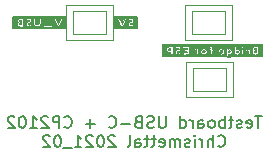
<source format=gbr>
%TF.GenerationSoftware,KiCad,Pcbnew,(5.99.0-8805-ge26c912b86)*%
%TF.CreationDate,2021-02-03T20:46:21+01:00*%
%TF.ProjectId,USB-CP2102-only,5553422d-4350-4323-9130-322d6f6e6c79,rev?*%
%TF.SameCoordinates,Original*%
%TF.FileFunction,Legend,Bot*%
%TF.FilePolarity,Positive*%
%FSLAX46Y46*%
G04 Gerber Fmt 4.6, Leading zero omitted, Abs format (unit mm)*
G04 Created by KiCad (PCBNEW (5.99.0-8805-ge26c912b86)) date 2021-02-03 20:46:21*
%MOMM*%
%LPD*%
G01*
G04 APERTURE LIST*
%ADD10C,0.200000*%
%ADD11C,0.120000*%
%ADD12C,0.150000*%
%ADD13C,0.010000*%
G04 APERTURE END LIST*
D10*
X176809523Y-125407380D02*
X176238095Y-125407380D01*
X176523809Y-126407380D02*
X176523809Y-125407380D01*
X175523809Y-126359761D02*
X175619047Y-126407380D01*
X175809523Y-126407380D01*
X175904761Y-126359761D01*
X175952380Y-126264523D01*
X175952380Y-125883571D01*
X175904761Y-125788333D01*
X175809523Y-125740714D01*
X175619047Y-125740714D01*
X175523809Y-125788333D01*
X175476190Y-125883571D01*
X175476190Y-125978809D01*
X175952380Y-126074047D01*
X175095238Y-126359761D02*
X175000000Y-126407380D01*
X174809523Y-126407380D01*
X174714285Y-126359761D01*
X174666666Y-126264523D01*
X174666666Y-126216904D01*
X174714285Y-126121666D01*
X174809523Y-126074047D01*
X174952380Y-126074047D01*
X175047619Y-126026428D01*
X175095238Y-125931190D01*
X175095238Y-125883571D01*
X175047619Y-125788333D01*
X174952380Y-125740714D01*
X174809523Y-125740714D01*
X174714285Y-125788333D01*
X174380952Y-125740714D02*
X174000000Y-125740714D01*
X174238095Y-125407380D02*
X174238095Y-126264523D01*
X174190476Y-126359761D01*
X174095238Y-126407380D01*
X174000000Y-126407380D01*
X173666666Y-126407380D02*
X173666666Y-125407380D01*
X173666666Y-125788333D02*
X173571428Y-125740714D01*
X173380952Y-125740714D01*
X173285714Y-125788333D01*
X173238095Y-125835952D01*
X173190476Y-125931190D01*
X173190476Y-126216904D01*
X173238095Y-126312142D01*
X173285714Y-126359761D01*
X173380952Y-126407380D01*
X173571428Y-126407380D01*
X173666666Y-126359761D01*
X172619047Y-126407380D02*
X172714285Y-126359761D01*
X172761904Y-126312142D01*
X172809523Y-126216904D01*
X172809523Y-125931190D01*
X172761904Y-125835952D01*
X172714285Y-125788333D01*
X172619047Y-125740714D01*
X172476190Y-125740714D01*
X172380952Y-125788333D01*
X172333333Y-125835952D01*
X172285714Y-125931190D01*
X172285714Y-126216904D01*
X172333333Y-126312142D01*
X172380952Y-126359761D01*
X172476190Y-126407380D01*
X172619047Y-126407380D01*
X171428571Y-126407380D02*
X171428571Y-125883571D01*
X171476190Y-125788333D01*
X171571428Y-125740714D01*
X171761904Y-125740714D01*
X171857142Y-125788333D01*
X171428571Y-126359761D02*
X171523809Y-126407380D01*
X171761904Y-126407380D01*
X171857142Y-126359761D01*
X171904761Y-126264523D01*
X171904761Y-126169285D01*
X171857142Y-126074047D01*
X171761904Y-126026428D01*
X171523809Y-126026428D01*
X171428571Y-125978809D01*
X170952380Y-126407380D02*
X170952380Y-125740714D01*
X170952380Y-125931190D02*
X170904761Y-125835952D01*
X170857142Y-125788333D01*
X170761904Y-125740714D01*
X170666666Y-125740714D01*
X169904761Y-126407380D02*
X169904761Y-125407380D01*
X169904761Y-126359761D02*
X170000000Y-126407380D01*
X170190476Y-126407380D01*
X170285714Y-126359761D01*
X170333333Y-126312142D01*
X170380952Y-126216904D01*
X170380952Y-125931190D01*
X170333333Y-125835952D01*
X170285714Y-125788333D01*
X170190476Y-125740714D01*
X170000000Y-125740714D01*
X169904761Y-125788333D01*
X168666666Y-125407380D02*
X168666666Y-126216904D01*
X168619047Y-126312142D01*
X168571428Y-126359761D01*
X168476190Y-126407380D01*
X168285714Y-126407380D01*
X168190476Y-126359761D01*
X168142857Y-126312142D01*
X168095238Y-126216904D01*
X168095238Y-125407380D01*
X167666666Y-126359761D02*
X167523809Y-126407380D01*
X167285714Y-126407380D01*
X167190476Y-126359761D01*
X167142857Y-126312142D01*
X167095238Y-126216904D01*
X167095238Y-126121666D01*
X167142857Y-126026428D01*
X167190476Y-125978809D01*
X167285714Y-125931190D01*
X167476190Y-125883571D01*
X167571428Y-125835952D01*
X167619047Y-125788333D01*
X167666666Y-125693095D01*
X167666666Y-125597857D01*
X167619047Y-125502619D01*
X167571428Y-125455000D01*
X167476190Y-125407380D01*
X167238095Y-125407380D01*
X167095238Y-125455000D01*
X166333333Y-125883571D02*
X166190476Y-125931190D01*
X166142857Y-125978809D01*
X166095238Y-126074047D01*
X166095238Y-126216904D01*
X166142857Y-126312142D01*
X166190476Y-126359761D01*
X166285714Y-126407380D01*
X166666666Y-126407380D01*
X166666666Y-125407380D01*
X166333333Y-125407380D01*
X166238095Y-125455000D01*
X166190476Y-125502619D01*
X166142857Y-125597857D01*
X166142857Y-125693095D01*
X166190476Y-125788333D01*
X166238095Y-125835952D01*
X166333333Y-125883571D01*
X166666666Y-125883571D01*
X165666666Y-126026428D02*
X164904761Y-126026428D01*
X163857142Y-126312142D02*
X163904761Y-126359761D01*
X164047619Y-126407380D01*
X164142857Y-126407380D01*
X164285714Y-126359761D01*
X164380952Y-126264523D01*
X164428571Y-126169285D01*
X164476190Y-125978809D01*
X164476190Y-125835952D01*
X164428571Y-125645476D01*
X164380952Y-125550238D01*
X164285714Y-125455000D01*
X164142857Y-125407380D01*
X164047619Y-125407380D01*
X163904761Y-125455000D01*
X163857142Y-125502619D01*
X162666666Y-126026428D02*
X161904761Y-126026428D01*
X162285714Y-126407380D02*
X162285714Y-125645476D01*
X160095238Y-126312142D02*
X160142857Y-126359761D01*
X160285714Y-126407380D01*
X160380952Y-126407380D01*
X160523809Y-126359761D01*
X160619047Y-126264523D01*
X160666666Y-126169285D01*
X160714285Y-125978809D01*
X160714285Y-125835952D01*
X160666666Y-125645476D01*
X160619047Y-125550238D01*
X160523809Y-125455000D01*
X160380952Y-125407380D01*
X160285714Y-125407380D01*
X160142857Y-125455000D01*
X160095238Y-125502619D01*
X159666666Y-126407380D02*
X159666666Y-125407380D01*
X159285714Y-125407380D01*
X159190476Y-125455000D01*
X159142857Y-125502619D01*
X159095238Y-125597857D01*
X159095238Y-125740714D01*
X159142857Y-125835952D01*
X159190476Y-125883571D01*
X159285714Y-125931190D01*
X159666666Y-125931190D01*
X158714285Y-125502619D02*
X158666666Y-125455000D01*
X158571428Y-125407380D01*
X158333333Y-125407380D01*
X158238095Y-125455000D01*
X158190476Y-125502619D01*
X158142857Y-125597857D01*
X158142857Y-125693095D01*
X158190476Y-125835952D01*
X158761904Y-126407380D01*
X158142857Y-126407380D01*
X157190476Y-126407380D02*
X157761904Y-126407380D01*
X157476190Y-126407380D02*
X157476190Y-125407380D01*
X157571428Y-125550238D01*
X157666666Y-125645476D01*
X157761904Y-125693095D01*
X156571428Y-125407380D02*
X156476190Y-125407380D01*
X156380952Y-125455000D01*
X156333333Y-125502619D01*
X156285714Y-125597857D01*
X156238095Y-125788333D01*
X156238095Y-126026428D01*
X156285714Y-126216904D01*
X156333333Y-126312142D01*
X156380952Y-126359761D01*
X156476190Y-126407380D01*
X156571428Y-126407380D01*
X156666666Y-126359761D01*
X156714285Y-126312142D01*
X156761904Y-126216904D01*
X156809523Y-126026428D01*
X156809523Y-125788333D01*
X156761904Y-125597857D01*
X156714285Y-125502619D01*
X156666666Y-125455000D01*
X156571428Y-125407380D01*
X155857142Y-125502619D02*
X155809523Y-125455000D01*
X155714285Y-125407380D01*
X155476190Y-125407380D01*
X155380952Y-125455000D01*
X155333333Y-125502619D01*
X155285714Y-125597857D01*
X155285714Y-125693095D01*
X155333333Y-125835952D01*
X155904761Y-126407380D01*
X155285714Y-126407380D01*
X173095238Y-127922142D02*
X173142857Y-127969761D01*
X173285714Y-128017380D01*
X173380952Y-128017380D01*
X173523809Y-127969761D01*
X173619047Y-127874523D01*
X173666666Y-127779285D01*
X173714285Y-127588809D01*
X173714285Y-127445952D01*
X173666666Y-127255476D01*
X173619047Y-127160238D01*
X173523809Y-127065000D01*
X173380952Y-127017380D01*
X173285714Y-127017380D01*
X173142857Y-127065000D01*
X173095238Y-127112619D01*
X172666666Y-128017380D02*
X172666666Y-127017380D01*
X172238095Y-128017380D02*
X172238095Y-127493571D01*
X172285714Y-127398333D01*
X172380952Y-127350714D01*
X172523809Y-127350714D01*
X172619047Y-127398333D01*
X172666666Y-127445952D01*
X171761904Y-128017380D02*
X171761904Y-127350714D01*
X171761904Y-127541190D02*
X171714285Y-127445952D01*
X171666666Y-127398333D01*
X171571428Y-127350714D01*
X171476190Y-127350714D01*
X171142857Y-128017380D02*
X171142857Y-127350714D01*
X171142857Y-127017380D02*
X171190476Y-127065000D01*
X171142857Y-127112619D01*
X171095238Y-127065000D01*
X171142857Y-127017380D01*
X171142857Y-127112619D01*
X170714285Y-127969761D02*
X170619047Y-128017380D01*
X170428571Y-128017380D01*
X170333333Y-127969761D01*
X170285714Y-127874523D01*
X170285714Y-127826904D01*
X170333333Y-127731666D01*
X170428571Y-127684047D01*
X170571428Y-127684047D01*
X170666666Y-127636428D01*
X170714285Y-127541190D01*
X170714285Y-127493571D01*
X170666666Y-127398333D01*
X170571428Y-127350714D01*
X170428571Y-127350714D01*
X170333333Y-127398333D01*
X169857142Y-128017380D02*
X169857142Y-127350714D01*
X169857142Y-127445952D02*
X169809523Y-127398333D01*
X169714285Y-127350714D01*
X169571428Y-127350714D01*
X169476190Y-127398333D01*
X169428571Y-127493571D01*
X169428571Y-128017380D01*
X169428571Y-127493571D02*
X169380952Y-127398333D01*
X169285714Y-127350714D01*
X169142857Y-127350714D01*
X169047619Y-127398333D01*
X169000000Y-127493571D01*
X169000000Y-128017380D01*
X168142857Y-127969761D02*
X168238095Y-128017380D01*
X168428571Y-128017380D01*
X168523809Y-127969761D01*
X168571428Y-127874523D01*
X168571428Y-127493571D01*
X168523809Y-127398333D01*
X168428571Y-127350714D01*
X168238095Y-127350714D01*
X168142857Y-127398333D01*
X168095238Y-127493571D01*
X168095238Y-127588809D01*
X168571428Y-127684047D01*
X167809523Y-127350714D02*
X167428571Y-127350714D01*
X167666666Y-127017380D02*
X167666666Y-127874523D01*
X167619047Y-127969761D01*
X167523809Y-128017380D01*
X167428571Y-128017380D01*
X167238095Y-127350714D02*
X166857142Y-127350714D01*
X167095238Y-127017380D02*
X167095238Y-127874523D01*
X167047619Y-127969761D01*
X166952380Y-128017380D01*
X166857142Y-128017380D01*
X166095238Y-128017380D02*
X166095238Y-127493571D01*
X166142857Y-127398333D01*
X166238095Y-127350714D01*
X166428571Y-127350714D01*
X166523809Y-127398333D01*
X166095238Y-127969761D02*
X166190476Y-128017380D01*
X166428571Y-128017380D01*
X166523809Y-127969761D01*
X166571428Y-127874523D01*
X166571428Y-127779285D01*
X166523809Y-127684047D01*
X166428571Y-127636428D01*
X166190476Y-127636428D01*
X166095238Y-127588809D01*
X165476190Y-128017380D02*
X165571428Y-127969761D01*
X165619047Y-127874523D01*
X165619047Y-127017380D01*
X164380952Y-127112619D02*
X164333333Y-127065000D01*
X164238095Y-127017380D01*
X164000000Y-127017380D01*
X163904761Y-127065000D01*
X163857142Y-127112619D01*
X163809523Y-127207857D01*
X163809523Y-127303095D01*
X163857142Y-127445952D01*
X164428571Y-128017380D01*
X163809523Y-128017380D01*
X163190476Y-127017380D02*
X163095238Y-127017380D01*
X163000000Y-127065000D01*
X162952380Y-127112619D01*
X162904761Y-127207857D01*
X162857142Y-127398333D01*
X162857142Y-127636428D01*
X162904761Y-127826904D01*
X162952380Y-127922142D01*
X163000000Y-127969761D01*
X163095238Y-128017380D01*
X163190476Y-128017380D01*
X163285714Y-127969761D01*
X163333333Y-127922142D01*
X163380952Y-127826904D01*
X163428571Y-127636428D01*
X163428571Y-127398333D01*
X163380952Y-127207857D01*
X163333333Y-127112619D01*
X163285714Y-127065000D01*
X163190476Y-127017380D01*
X162476190Y-127112619D02*
X162428571Y-127065000D01*
X162333333Y-127017380D01*
X162095238Y-127017380D01*
X162000000Y-127065000D01*
X161952380Y-127112619D01*
X161904761Y-127207857D01*
X161904761Y-127303095D01*
X161952380Y-127445952D01*
X162523809Y-128017380D01*
X161904761Y-128017380D01*
X160952380Y-128017380D02*
X161523809Y-128017380D01*
X161238095Y-128017380D02*
X161238095Y-127017380D01*
X161333333Y-127160238D01*
X161428571Y-127255476D01*
X161523809Y-127303095D01*
X160761904Y-128112619D02*
X160000000Y-128112619D01*
X159571428Y-127017380D02*
X159476190Y-127017380D01*
X159380952Y-127065000D01*
X159333333Y-127112619D01*
X159285714Y-127207857D01*
X159238095Y-127398333D01*
X159238095Y-127636428D01*
X159285714Y-127826904D01*
X159333333Y-127922142D01*
X159380952Y-127969761D01*
X159476190Y-128017380D01*
X159571428Y-128017380D01*
X159666666Y-127969761D01*
X159714285Y-127922142D01*
X159761904Y-127826904D01*
X159809523Y-127636428D01*
X159809523Y-127398333D01*
X159761904Y-127207857D01*
X159714285Y-127112619D01*
X159666666Y-127065000D01*
X159571428Y-127017380D01*
X158857142Y-127112619D02*
X158809523Y-127065000D01*
X158714285Y-127017380D01*
X158476190Y-127017380D01*
X158380952Y-127065000D01*
X158333333Y-127112619D01*
X158285714Y-127207857D01*
X158285714Y-127303095D01*
X158333333Y-127445952D01*
X158904761Y-128017380D01*
X158285714Y-128017380D01*
D11*
X160192000Y-115960000D02*
X164192000Y-115960000D01*
X164192000Y-115960000D02*
X164192000Y-118960000D01*
X164192000Y-118960000D02*
X160192000Y-118960000D01*
X160192000Y-118960000D02*
X160192000Y-115960000D01*
X170352000Y-120786000D02*
X174352000Y-120786000D01*
X174352000Y-120786000D02*
X174352000Y-123786000D01*
X174352000Y-123786000D02*
X170352000Y-123786000D01*
X170352000Y-123786000D02*
X170352000Y-120786000D01*
X170315000Y-115960000D02*
X174315000Y-115960000D01*
X174315000Y-115960000D02*
X174315000Y-118960000D01*
X174315000Y-118960000D02*
X170315000Y-118960000D01*
X170315000Y-118960000D02*
X170315000Y-115960000D01*
D12*
%TO.C,*%
D13*
X165992000Y-116950000D02*
X166192000Y-116950000D01*
X166192000Y-116950000D02*
X166202000Y-116990000D01*
X166202000Y-116990000D02*
X166202000Y-117950000D01*
X166202000Y-117950000D02*
X166162000Y-117970000D01*
X166162000Y-117970000D02*
X164192000Y-117970000D01*
X164192000Y-117970000D02*
X164182000Y-117920000D01*
X164182000Y-117920000D02*
X164182000Y-116960000D01*
X164182000Y-116960000D02*
X164222000Y-116950000D01*
X164222000Y-116950000D02*
X165952000Y-116950000D01*
X165952000Y-116950000D02*
X165852000Y-117110000D01*
X165852000Y-117110000D02*
X165812000Y-117080000D01*
X165812000Y-117080000D02*
X165782000Y-117080000D01*
X165782000Y-117080000D02*
X165582000Y-117080000D01*
X165582000Y-117080000D02*
X165522000Y-117090000D01*
X165522000Y-117090000D02*
X165492000Y-117100000D01*
X165492000Y-117100000D02*
X165472000Y-117150000D01*
X165472000Y-117150000D02*
X165302000Y-117160000D01*
X165302000Y-117160000D02*
X165272000Y-117130000D01*
X165272000Y-117130000D02*
X165222000Y-117100000D01*
X165222000Y-117100000D02*
X165172000Y-117100000D01*
X165172000Y-117100000D02*
X165142000Y-117140000D01*
X165142000Y-117140000D02*
X165122000Y-117170000D01*
X165122000Y-117170000D02*
X164942000Y-117570000D01*
X164942000Y-117570000D02*
X164932000Y-117560000D01*
X164932000Y-117560000D02*
X164762000Y-117190000D01*
X164762000Y-117190000D02*
X164742000Y-117140000D01*
X164742000Y-117140000D02*
X164712000Y-117100000D01*
X164712000Y-117100000D02*
X164662000Y-117100000D01*
X164662000Y-117100000D02*
X164632000Y-117110000D01*
X164632000Y-117110000D02*
X164582000Y-117150000D01*
X164582000Y-117150000D02*
X164572000Y-117180000D01*
X164572000Y-117180000D02*
X164592000Y-117230000D01*
X164592000Y-117230000D02*
X164832000Y-117730000D01*
X164832000Y-117730000D02*
X164862000Y-117780000D01*
X164862000Y-117780000D02*
X164902000Y-117810000D01*
X164902000Y-117810000D02*
X164952000Y-117820000D01*
X164952000Y-117820000D02*
X164992000Y-117800000D01*
X164992000Y-117800000D02*
X165022000Y-117750000D01*
X165022000Y-117750000D02*
X165292000Y-117200000D01*
X165292000Y-117200000D02*
X165302000Y-117160000D01*
X165302000Y-117160000D02*
X165472000Y-117150000D01*
X165472000Y-117150000D02*
X165472000Y-117210000D01*
X165472000Y-117210000D02*
X165502000Y-117250000D01*
X165502000Y-117250000D02*
X165552000Y-117260000D01*
X165552000Y-117260000D02*
X165702000Y-117260000D01*
X165702000Y-117260000D02*
X165722000Y-117280000D01*
X165722000Y-117280000D02*
X165722000Y-117330000D01*
X165722000Y-117330000D02*
X165672000Y-117330000D01*
X165672000Y-117330000D02*
X165622000Y-117340000D01*
X165622000Y-117340000D02*
X165572000Y-117360000D01*
X165572000Y-117360000D02*
X165532000Y-117390000D01*
X165532000Y-117390000D02*
X165502000Y-117430000D01*
X165502000Y-117430000D02*
X165472000Y-117470000D01*
X165472000Y-117470000D02*
X165462000Y-117520000D01*
X165462000Y-117520000D02*
X165452000Y-117570000D01*
X165452000Y-117570000D02*
X165462000Y-117620000D01*
X165462000Y-117620000D02*
X165482000Y-117670000D01*
X165482000Y-117670000D02*
X165502000Y-117710000D01*
X165502000Y-117710000D02*
X165542000Y-117750000D01*
X165542000Y-117750000D02*
X165582000Y-117780000D01*
X165582000Y-117780000D02*
X165622000Y-117800000D01*
X165622000Y-117800000D02*
X165672000Y-117810000D01*
X165672000Y-117810000D02*
X165722000Y-117810000D01*
X165722000Y-117810000D02*
X165782000Y-117810000D01*
X165782000Y-117810000D02*
X165822000Y-117790000D01*
X165822000Y-117790000D02*
X165872000Y-117770000D01*
X165872000Y-117770000D02*
X165912000Y-117730000D01*
X165912000Y-117730000D02*
X165932000Y-117690000D01*
X165932000Y-117690000D02*
X165922000Y-117650000D01*
X165922000Y-117650000D02*
X165882000Y-117600000D01*
X165882000Y-117600000D02*
X165842000Y-117590000D01*
X165842000Y-117590000D02*
X165802000Y-117600000D01*
X165802000Y-117600000D02*
X165752000Y-117630000D01*
X165752000Y-117630000D02*
X165702000Y-117640000D01*
X165702000Y-117640000D02*
X165652000Y-117630000D01*
X165652000Y-117630000D02*
X165632000Y-117590000D01*
X165632000Y-117590000D02*
X165642000Y-117540000D01*
X165642000Y-117540000D02*
X165672000Y-117510000D01*
X165672000Y-117510000D02*
X165732000Y-117500000D01*
X165732000Y-117500000D02*
X165772000Y-117530000D01*
X165772000Y-117530000D02*
X165812000Y-117540000D01*
X165812000Y-117540000D02*
X165862000Y-117520000D01*
X165862000Y-117520000D02*
X165912000Y-117490000D01*
X165912000Y-117490000D02*
X165922000Y-117460000D01*
X165922000Y-117460000D02*
X165882000Y-117150000D01*
X165882000Y-117150000D02*
X165852000Y-117110000D01*
X165852000Y-117110000D02*
X165952000Y-116950000D01*
X165952000Y-116950000D02*
X165992000Y-116950000D01*
X165992000Y-116950000D02*
X165992000Y-116950000D01*
G36*
X166202000Y-116990000D02*
G01*
X166202000Y-117950000D01*
X166162000Y-117970000D01*
X164192000Y-117970000D01*
X164182000Y-117920000D01*
X164182000Y-117180000D01*
X164572000Y-117180000D01*
X164592000Y-117230000D01*
X164832000Y-117730000D01*
X164862000Y-117780000D01*
X164902000Y-117810000D01*
X164952000Y-117820000D01*
X164992000Y-117800000D01*
X165022000Y-117750000D01*
X165110364Y-117570000D01*
X165452000Y-117570000D01*
X165462000Y-117620000D01*
X165482000Y-117670000D01*
X165502000Y-117710000D01*
X165542000Y-117750000D01*
X165582000Y-117780000D01*
X165622000Y-117800000D01*
X165672000Y-117810000D01*
X165782000Y-117810000D01*
X165822000Y-117790000D01*
X165872000Y-117770000D01*
X165912000Y-117730000D01*
X165932000Y-117690000D01*
X165922000Y-117650000D01*
X165882000Y-117600000D01*
X165842000Y-117590000D01*
X165802000Y-117600000D01*
X165752000Y-117630000D01*
X165702000Y-117640000D01*
X165652000Y-117630000D01*
X165632000Y-117590000D01*
X165642000Y-117540000D01*
X165672000Y-117510000D01*
X165732000Y-117500000D01*
X165772000Y-117530000D01*
X165812000Y-117540000D01*
X165862000Y-117520000D01*
X165912000Y-117490000D01*
X165922000Y-117460000D01*
X165882000Y-117150000D01*
X165852000Y-117110000D01*
X165812000Y-117080000D01*
X165582000Y-117080000D01*
X165522000Y-117090000D01*
X165492000Y-117100000D01*
X165472000Y-117150000D01*
X165472000Y-117210000D01*
X165502000Y-117250000D01*
X165552000Y-117260000D01*
X165702000Y-117260000D01*
X165722000Y-117280000D01*
X165722000Y-117330000D01*
X165672000Y-117330000D01*
X165622000Y-117340000D01*
X165572000Y-117360000D01*
X165532000Y-117390000D01*
X165472000Y-117470000D01*
X165452000Y-117570000D01*
X165110364Y-117570000D01*
X165292000Y-117200000D01*
X165302000Y-117160000D01*
X165272000Y-117130000D01*
X165222000Y-117100000D01*
X165172000Y-117100000D01*
X165142000Y-117140000D01*
X165122000Y-117170000D01*
X164942000Y-117570000D01*
X164932000Y-117560000D01*
X164762000Y-117190000D01*
X164742000Y-117140000D01*
X164712000Y-117100000D01*
X164662000Y-117100000D01*
X164632000Y-117110000D01*
X164582000Y-117150000D01*
X164572000Y-117180000D01*
X164182000Y-117180000D01*
X164182000Y-116960000D01*
X164222000Y-116950000D01*
X166192000Y-116950000D01*
X166202000Y-116990000D01*
G37*
X166202000Y-116990000D02*
X166202000Y-117950000D01*
X166162000Y-117970000D01*
X164192000Y-117970000D01*
X164182000Y-117920000D01*
X164182000Y-117180000D01*
X164572000Y-117180000D01*
X164592000Y-117230000D01*
X164832000Y-117730000D01*
X164862000Y-117780000D01*
X164902000Y-117810000D01*
X164952000Y-117820000D01*
X164992000Y-117800000D01*
X165022000Y-117750000D01*
X165110364Y-117570000D01*
X165452000Y-117570000D01*
X165462000Y-117620000D01*
X165482000Y-117670000D01*
X165502000Y-117710000D01*
X165542000Y-117750000D01*
X165582000Y-117780000D01*
X165622000Y-117800000D01*
X165672000Y-117810000D01*
X165782000Y-117810000D01*
X165822000Y-117790000D01*
X165872000Y-117770000D01*
X165912000Y-117730000D01*
X165932000Y-117690000D01*
X165922000Y-117650000D01*
X165882000Y-117600000D01*
X165842000Y-117590000D01*
X165802000Y-117600000D01*
X165752000Y-117630000D01*
X165702000Y-117640000D01*
X165652000Y-117630000D01*
X165632000Y-117590000D01*
X165642000Y-117540000D01*
X165672000Y-117510000D01*
X165732000Y-117500000D01*
X165772000Y-117530000D01*
X165812000Y-117540000D01*
X165862000Y-117520000D01*
X165912000Y-117490000D01*
X165922000Y-117460000D01*
X165882000Y-117150000D01*
X165852000Y-117110000D01*
X165812000Y-117080000D01*
X165582000Y-117080000D01*
X165522000Y-117090000D01*
X165492000Y-117100000D01*
X165472000Y-117150000D01*
X165472000Y-117210000D01*
X165502000Y-117250000D01*
X165552000Y-117260000D01*
X165702000Y-117260000D01*
X165722000Y-117280000D01*
X165722000Y-117330000D01*
X165672000Y-117330000D01*
X165622000Y-117340000D01*
X165572000Y-117360000D01*
X165532000Y-117390000D01*
X165472000Y-117470000D01*
X165452000Y-117570000D01*
X165110364Y-117570000D01*
X165292000Y-117200000D01*
X165302000Y-117160000D01*
X165272000Y-117130000D01*
X165222000Y-117100000D01*
X165172000Y-117100000D01*
X165142000Y-117140000D01*
X165122000Y-117170000D01*
X164942000Y-117570000D01*
X164932000Y-117560000D01*
X164762000Y-117190000D01*
X164742000Y-117140000D01*
X164712000Y-117100000D01*
X164662000Y-117100000D01*
X164632000Y-117110000D01*
X164582000Y-117150000D01*
X164572000Y-117180000D01*
X164182000Y-117180000D01*
X164182000Y-116960000D01*
X164222000Y-116950000D01*
X166192000Y-116950000D01*
X166202000Y-116990000D01*
X159974500Y-116950000D02*
X160174500Y-116950000D01*
X160174500Y-116950000D02*
X160184500Y-116990000D01*
X160184500Y-116990000D02*
X160184500Y-117960000D01*
X160184500Y-117960000D02*
X160154500Y-117970000D01*
X160154500Y-117970000D02*
X155734500Y-117970000D01*
X155734500Y-117970000D02*
X155694500Y-117950000D01*
X155694500Y-117950000D02*
X155694500Y-116980000D01*
X155694500Y-116980000D02*
X155714500Y-116950000D01*
X155714500Y-116950000D02*
X159934500Y-116950000D01*
X159934500Y-116950000D02*
X159864500Y-117110000D01*
X159864500Y-117110000D02*
X159814500Y-117090000D01*
X159814500Y-117090000D02*
X159774500Y-117110000D01*
X159774500Y-117110000D02*
X159754500Y-117150000D01*
X159754500Y-117150000D02*
X159574500Y-117540000D01*
X159574500Y-117540000D02*
X159554500Y-117580000D01*
X159554500Y-117580000D02*
X159534500Y-117540000D01*
X159534500Y-117540000D02*
X159364500Y-117170000D01*
X159364500Y-117170000D02*
X159344500Y-117120000D01*
X159344500Y-117120000D02*
X159304500Y-117090000D01*
X159304500Y-117090000D02*
X159254500Y-117100000D01*
X159254500Y-117100000D02*
X159224500Y-117120000D01*
X159224500Y-117120000D02*
X159194500Y-117160000D01*
X159194500Y-117160000D02*
X159194500Y-117200000D01*
X159194500Y-117200000D02*
X159214500Y-117250000D01*
X159214500Y-117250000D02*
X159464500Y-117750000D01*
X159464500Y-117750000D02*
X159034500Y-117770000D01*
X159034500Y-117770000D02*
X159034500Y-117720000D01*
X159034500Y-117720000D02*
X159004500Y-117680000D01*
X159004500Y-117680000D02*
X158954500Y-117680000D01*
X158954500Y-117680000D02*
X158344500Y-117680000D01*
X158344500Y-117680000D02*
X158294500Y-117680000D01*
X158294500Y-117680000D02*
X158264500Y-117710000D01*
X158264500Y-117710000D02*
X158054500Y-117600000D01*
X158054500Y-117600000D02*
X158074500Y-117560000D01*
X158074500Y-117560000D02*
X158084500Y-117510000D01*
X158084500Y-117510000D02*
X158084500Y-117450000D01*
X158084500Y-117450000D02*
X158084500Y-117150000D01*
X158084500Y-117150000D02*
X158064500Y-117100000D01*
X158064500Y-117100000D02*
X158014500Y-117090000D01*
X158014500Y-117090000D02*
X157964500Y-117090000D01*
X157964500Y-117090000D02*
X157924500Y-117110000D01*
X157924500Y-117110000D02*
X157904500Y-117160000D01*
X157904500Y-117160000D02*
X157904500Y-117470000D01*
X157904500Y-117470000D02*
X157904500Y-117520000D01*
X157904500Y-117520000D02*
X157884500Y-117560000D01*
X157884500Y-117560000D02*
X157864500Y-117610000D01*
X157864500Y-117610000D02*
X157824500Y-117630000D01*
X157824500Y-117630000D02*
X157764500Y-117640000D01*
X157764500Y-117640000D02*
X157714500Y-117640000D01*
X157714500Y-117640000D02*
X157674500Y-117610000D01*
X157674500Y-117610000D02*
X157644500Y-117570000D01*
X157644500Y-117570000D02*
X157634500Y-117520000D01*
X157634500Y-117520000D02*
X157624500Y-117470000D01*
X157624500Y-117470000D02*
X157624500Y-117160000D01*
X157624500Y-117160000D02*
X157614500Y-117120000D01*
X157614500Y-117120000D02*
X157564500Y-117090000D01*
X157564500Y-117090000D02*
X157504500Y-117090000D01*
X157504500Y-117090000D02*
X157464500Y-117110000D01*
X157464500Y-117110000D02*
X157454500Y-117160000D01*
X157454500Y-117160000D02*
X157454500Y-117460000D01*
X157454500Y-117460000D02*
X157454500Y-117520000D01*
X157454500Y-117520000D02*
X157464500Y-117560000D01*
X157464500Y-117560000D02*
X157314500Y-117640000D01*
X157314500Y-117640000D02*
X157284500Y-117590000D01*
X157284500Y-117590000D02*
X157234500Y-117560000D01*
X157234500Y-117560000D02*
X157194500Y-117570000D01*
X157194500Y-117570000D02*
X157114500Y-117630000D01*
X157114500Y-117630000D02*
X157064500Y-117650000D01*
X157064500Y-117650000D02*
X157004500Y-117640000D01*
X157004500Y-117640000D02*
X156974500Y-117610000D01*
X156974500Y-117610000D02*
X156974500Y-117570000D01*
X156974500Y-117570000D02*
X157004500Y-117530000D01*
X157004500Y-117530000D02*
X157054500Y-117520000D01*
X157054500Y-117520000D02*
X157104500Y-117510000D01*
X157104500Y-117510000D02*
X157154500Y-117490000D01*
X157154500Y-117490000D02*
X157204500Y-117470000D01*
X157204500Y-117470000D02*
X157244500Y-117450000D01*
X157244500Y-117450000D02*
X157274500Y-117410000D01*
X157274500Y-117410000D02*
X157294500Y-117360000D01*
X157294500Y-117360000D02*
X157304500Y-117310000D01*
X157304500Y-117310000D02*
X157304500Y-117260000D01*
X157304500Y-117260000D02*
X157284500Y-117210000D01*
X157284500Y-117210000D02*
X157264500Y-117170000D01*
X157264500Y-117170000D02*
X157224500Y-117130000D01*
X157224500Y-117130000D02*
X157184500Y-117100000D01*
X157184500Y-117100000D02*
X157144500Y-117090000D01*
X157144500Y-117090000D02*
X157084500Y-117080000D01*
X157084500Y-117080000D02*
X157034500Y-117080000D01*
X157034500Y-117080000D02*
X156984500Y-117090000D01*
X156984500Y-117090000D02*
X156924500Y-117100000D01*
X156924500Y-117100000D02*
X156894500Y-117130000D01*
X156894500Y-117130000D02*
X156844500Y-117160000D01*
X156844500Y-117160000D02*
X156834500Y-117200000D01*
X156834500Y-117200000D02*
X156864500Y-117250000D01*
X156864500Y-117250000D02*
X156904500Y-117290000D01*
X156904500Y-117290000D02*
X156944500Y-117290000D01*
X156944500Y-117290000D02*
X157034500Y-117240000D01*
X157034500Y-117240000D02*
X157084500Y-117240000D01*
X157084500Y-117240000D02*
X157124500Y-117270000D01*
X157124500Y-117270000D02*
X157124500Y-117320000D01*
X157124500Y-117320000D02*
X157084500Y-117350000D01*
X157084500Y-117350000D02*
X157034500Y-117360000D01*
X157034500Y-117360000D02*
X156934500Y-117390000D01*
X156934500Y-117390000D02*
X156894500Y-117410000D01*
X156894500Y-117410000D02*
X156854500Y-117430000D01*
X156854500Y-117430000D02*
X156824500Y-117480000D01*
X156824500Y-117480000D02*
X156804500Y-117520000D01*
X156804500Y-117520000D02*
X156794500Y-117570000D01*
X156794500Y-117570000D02*
X156804500Y-117630000D01*
X156804500Y-117630000D02*
X156814500Y-117670000D01*
X156814500Y-117670000D02*
X156624500Y-117740000D01*
X156624500Y-117740000D02*
X156624500Y-117180000D01*
X156624500Y-117180000D02*
X156624500Y-117130000D01*
X156624500Y-117130000D02*
X156594500Y-117100000D01*
X156594500Y-117100000D02*
X156524500Y-117100000D01*
X156524500Y-117100000D02*
X156274500Y-117100000D01*
X156274500Y-117100000D02*
X156224500Y-117110000D01*
X156224500Y-117110000D02*
X156184500Y-117130000D01*
X156184500Y-117130000D02*
X156144500Y-117170000D01*
X156144500Y-117170000D02*
X156114500Y-117210000D01*
X156114500Y-117210000D02*
X156094500Y-117250000D01*
X156094500Y-117250000D02*
X156084500Y-117300000D01*
X156084500Y-117300000D02*
X156084500Y-117350000D01*
X156084500Y-117350000D02*
X156104500Y-117400000D01*
X156104500Y-117400000D02*
X156124500Y-117430000D01*
X156124500Y-117430000D02*
X156094500Y-117480000D01*
X156094500Y-117480000D02*
X156074500Y-117520000D01*
X156074500Y-117520000D02*
X156064500Y-117570000D01*
X156064500Y-117570000D02*
X156064500Y-117630000D01*
X156064500Y-117630000D02*
X156084500Y-117670000D01*
X156084500Y-117670000D02*
X156104500Y-117720000D01*
X156104500Y-117720000D02*
X156134500Y-117760000D01*
X156134500Y-117760000D02*
X156174500Y-117790000D01*
X156174500Y-117790000D02*
X156224500Y-117810000D01*
X156224500Y-117810000D02*
X156274500Y-117820000D01*
X156274500Y-117820000D02*
X156524500Y-117820000D01*
X156524500Y-117820000D02*
X156584500Y-117810000D01*
X156584500Y-117810000D02*
X156624500Y-117790000D01*
X156624500Y-117790000D02*
X156624500Y-117740000D01*
X156624500Y-117740000D02*
X156814500Y-117680000D01*
X156814500Y-117680000D02*
X156834500Y-117720000D01*
X156834500Y-117720000D02*
X156874500Y-117750000D01*
X156874500Y-117750000D02*
X156914500Y-117780000D01*
X156914500Y-117780000D02*
X156964500Y-117800000D01*
X156964500Y-117800000D02*
X157014500Y-117810000D01*
X157014500Y-117810000D02*
X157064500Y-117820000D01*
X157064500Y-117820000D02*
X157114500Y-117810000D01*
X157114500Y-117810000D02*
X157164500Y-117800000D01*
X157164500Y-117800000D02*
X157204500Y-117780000D01*
X157204500Y-117780000D02*
X157254500Y-117740000D01*
X157254500Y-117740000D02*
X157284500Y-117710000D01*
X157284500Y-117710000D02*
X157304500Y-117680000D01*
X157304500Y-117680000D02*
X157314500Y-117640000D01*
X157314500Y-117640000D02*
X157464500Y-117570000D01*
X157464500Y-117570000D02*
X157474500Y-117610000D01*
X157474500Y-117610000D02*
X157504500Y-117660000D01*
X157504500Y-117660000D02*
X157524500Y-117700000D01*
X157524500Y-117700000D02*
X157564500Y-117740000D01*
X157564500Y-117740000D02*
X157604500Y-117770000D01*
X157604500Y-117770000D02*
X157644500Y-117790000D01*
X157644500Y-117790000D02*
X157694500Y-117810000D01*
X157694500Y-117810000D02*
X157744500Y-117810000D01*
X157744500Y-117810000D02*
X157804500Y-117810000D01*
X157804500Y-117810000D02*
X157854500Y-117810000D01*
X157854500Y-117810000D02*
X157894500Y-117790000D01*
X157894500Y-117790000D02*
X157944500Y-117760000D01*
X157944500Y-117760000D02*
X157984500Y-117730000D01*
X157984500Y-117730000D02*
X158014500Y-117690000D01*
X158014500Y-117690000D02*
X158034500Y-117650000D01*
X158034500Y-117650000D02*
X158054500Y-117610000D01*
X158054500Y-117610000D02*
X158264500Y-117720000D01*
X158264500Y-117720000D02*
X158264500Y-117770000D01*
X158264500Y-117770000D02*
X158284500Y-117810000D01*
X158284500Y-117810000D02*
X158334500Y-117820000D01*
X158334500Y-117820000D02*
X158944500Y-117820000D01*
X158944500Y-117820000D02*
X159014500Y-117810000D01*
X159014500Y-117810000D02*
X159034500Y-117780000D01*
X159034500Y-117780000D02*
X159464500Y-117750000D01*
X159464500Y-117750000D02*
X159494500Y-117790000D01*
X159494500Y-117790000D02*
X159534500Y-117810000D01*
X159534500Y-117810000D02*
X159584500Y-117810000D01*
X159584500Y-117810000D02*
X159624500Y-117780000D01*
X159624500Y-117780000D02*
X159894500Y-117240000D01*
X159894500Y-117240000D02*
X159914500Y-117190000D01*
X159914500Y-117190000D02*
X159914500Y-117150000D01*
X159914500Y-117150000D02*
X159864500Y-117110000D01*
X159864500Y-117110000D02*
X159934500Y-116950000D01*
X159934500Y-116950000D02*
X159974500Y-116950000D01*
X159974500Y-116950000D02*
X159974500Y-116950000D01*
G36*
X160184500Y-116990000D02*
G01*
X160184500Y-117960000D01*
X160154500Y-117970000D01*
X155734500Y-117970000D01*
X155694500Y-117950000D01*
X155694500Y-117570000D01*
X156064500Y-117570000D01*
X156064500Y-117630000D01*
X156084500Y-117670000D01*
X156104500Y-117720000D01*
X156134500Y-117760000D01*
X156174500Y-117790000D01*
X156224500Y-117810000D01*
X156274500Y-117820000D01*
X156524500Y-117820000D01*
X156584500Y-117810000D01*
X156624500Y-117790000D01*
X156624500Y-117740000D01*
X156814500Y-117680000D01*
X156834500Y-117720000D01*
X156914500Y-117780000D01*
X156964500Y-117800000D01*
X157064500Y-117820000D01*
X157164500Y-117800000D01*
X157204500Y-117780000D01*
X157254500Y-117740000D01*
X157284500Y-117710000D01*
X157304500Y-117680000D01*
X157314500Y-117640000D01*
X157464500Y-117570000D01*
X157474500Y-117610000D01*
X157504500Y-117660000D01*
X157524500Y-117700000D01*
X157564500Y-117740000D01*
X157604500Y-117770000D01*
X157644500Y-117790000D01*
X157694500Y-117810000D01*
X157854500Y-117810000D01*
X157894500Y-117790000D01*
X157944500Y-117760000D01*
X157984500Y-117730000D01*
X158014500Y-117690000D01*
X158054500Y-117610000D01*
X158264500Y-117720000D01*
X158264500Y-117770000D01*
X158284500Y-117810000D01*
X158334500Y-117820000D01*
X158944500Y-117820000D01*
X159014500Y-117810000D01*
X159034500Y-117780000D01*
X159464500Y-117750000D01*
X159494500Y-117790000D01*
X159534500Y-117810000D01*
X159584500Y-117810000D01*
X159624500Y-117780000D01*
X159894500Y-117240000D01*
X159914500Y-117190000D01*
X159914500Y-117150000D01*
X159864500Y-117110000D01*
X159814500Y-117090000D01*
X159774500Y-117110000D01*
X159754500Y-117150000D01*
X159574500Y-117540000D01*
X159554500Y-117580000D01*
X159534500Y-117540000D01*
X159364500Y-117170000D01*
X159344500Y-117120000D01*
X159304500Y-117090000D01*
X159254500Y-117100000D01*
X159224500Y-117120000D01*
X159194500Y-117160000D01*
X159194500Y-117200000D01*
X159214500Y-117250000D01*
X159464500Y-117750000D01*
X159034500Y-117770000D01*
X159034500Y-117720000D01*
X159004500Y-117680000D01*
X158294500Y-117680000D01*
X158264500Y-117710000D01*
X158054500Y-117600000D01*
X158074500Y-117560000D01*
X158084500Y-117510000D01*
X158084500Y-117150000D01*
X158064500Y-117100000D01*
X158014500Y-117090000D01*
X157964500Y-117090000D01*
X157924500Y-117110000D01*
X157904500Y-117160000D01*
X157904500Y-117520000D01*
X157884500Y-117560000D01*
X157864500Y-117610000D01*
X157824500Y-117630000D01*
X157764500Y-117640000D01*
X157714500Y-117640000D01*
X157674500Y-117610000D01*
X157644500Y-117570000D01*
X157624500Y-117470000D01*
X157624500Y-117160000D01*
X157614500Y-117120000D01*
X157564500Y-117090000D01*
X157504500Y-117090000D01*
X157464500Y-117110000D01*
X157454500Y-117160000D01*
X157454500Y-117520000D01*
X157464500Y-117560000D01*
X157314500Y-117640000D01*
X157284500Y-117590000D01*
X157234500Y-117560000D01*
X157194500Y-117570000D01*
X157114500Y-117630000D01*
X157064500Y-117650000D01*
X157004500Y-117640000D01*
X156974500Y-117610000D01*
X156974500Y-117570000D01*
X157004500Y-117530000D01*
X157104500Y-117510000D01*
X157204500Y-117470000D01*
X157244500Y-117450000D01*
X157274500Y-117410000D01*
X157294500Y-117360000D01*
X157304500Y-117310000D01*
X157304500Y-117260000D01*
X157284500Y-117210000D01*
X157264500Y-117170000D01*
X157224500Y-117130000D01*
X157184500Y-117100000D01*
X157144500Y-117090000D01*
X157084500Y-117080000D01*
X157034500Y-117080000D01*
X156984500Y-117090000D01*
X156924500Y-117100000D01*
X156894500Y-117130000D01*
X156844500Y-117160000D01*
X156834500Y-117200000D01*
X156864500Y-117250000D01*
X156904500Y-117290000D01*
X156944500Y-117290000D01*
X157034500Y-117240000D01*
X157084500Y-117240000D01*
X157124500Y-117270000D01*
X157124500Y-117320000D01*
X157084500Y-117350000D01*
X157034500Y-117360000D01*
X156934500Y-117390000D01*
X156854500Y-117430000D01*
X156824500Y-117480000D01*
X156804500Y-117520000D01*
X156794500Y-117570000D01*
X156804500Y-117630000D01*
X156814500Y-117670000D01*
X156624500Y-117740000D01*
X156624500Y-117130000D01*
X156594500Y-117100000D01*
X156274500Y-117100000D01*
X156224500Y-117110000D01*
X156184500Y-117130000D01*
X156144500Y-117170000D01*
X156114500Y-117210000D01*
X156094500Y-117250000D01*
X156084500Y-117300000D01*
X156084500Y-117350000D01*
X156104500Y-117400000D01*
X156124500Y-117430000D01*
X156094500Y-117480000D01*
X156074500Y-117520000D01*
X156064500Y-117570000D01*
X155694500Y-117570000D01*
X155694500Y-116980000D01*
X155714500Y-116950000D01*
X160174500Y-116950000D01*
X160184500Y-116990000D01*
G37*
X160184500Y-116990000D02*
X160184500Y-117960000D01*
X160154500Y-117970000D01*
X155734500Y-117970000D01*
X155694500Y-117950000D01*
X155694500Y-117570000D01*
X156064500Y-117570000D01*
X156064500Y-117630000D01*
X156084500Y-117670000D01*
X156104500Y-117720000D01*
X156134500Y-117760000D01*
X156174500Y-117790000D01*
X156224500Y-117810000D01*
X156274500Y-117820000D01*
X156524500Y-117820000D01*
X156584500Y-117810000D01*
X156624500Y-117790000D01*
X156624500Y-117740000D01*
X156814500Y-117680000D01*
X156834500Y-117720000D01*
X156914500Y-117780000D01*
X156964500Y-117800000D01*
X157064500Y-117820000D01*
X157164500Y-117800000D01*
X157204500Y-117780000D01*
X157254500Y-117740000D01*
X157284500Y-117710000D01*
X157304500Y-117680000D01*
X157314500Y-117640000D01*
X157464500Y-117570000D01*
X157474500Y-117610000D01*
X157504500Y-117660000D01*
X157524500Y-117700000D01*
X157564500Y-117740000D01*
X157604500Y-117770000D01*
X157644500Y-117790000D01*
X157694500Y-117810000D01*
X157854500Y-117810000D01*
X157894500Y-117790000D01*
X157944500Y-117760000D01*
X157984500Y-117730000D01*
X158014500Y-117690000D01*
X158054500Y-117610000D01*
X158264500Y-117720000D01*
X158264500Y-117770000D01*
X158284500Y-117810000D01*
X158334500Y-117820000D01*
X158944500Y-117820000D01*
X159014500Y-117810000D01*
X159034500Y-117780000D01*
X159464500Y-117750000D01*
X159494500Y-117790000D01*
X159534500Y-117810000D01*
X159584500Y-117810000D01*
X159624500Y-117780000D01*
X159894500Y-117240000D01*
X159914500Y-117190000D01*
X159914500Y-117150000D01*
X159864500Y-117110000D01*
X159814500Y-117090000D01*
X159774500Y-117110000D01*
X159754500Y-117150000D01*
X159574500Y-117540000D01*
X159554500Y-117580000D01*
X159534500Y-117540000D01*
X159364500Y-117170000D01*
X159344500Y-117120000D01*
X159304500Y-117090000D01*
X159254500Y-117100000D01*
X159224500Y-117120000D01*
X159194500Y-117160000D01*
X159194500Y-117200000D01*
X159214500Y-117250000D01*
X159464500Y-117750000D01*
X159034500Y-117770000D01*
X159034500Y-117720000D01*
X159004500Y-117680000D01*
X158294500Y-117680000D01*
X158264500Y-117710000D01*
X158054500Y-117600000D01*
X158074500Y-117560000D01*
X158084500Y-117510000D01*
X158084500Y-117150000D01*
X158064500Y-117100000D01*
X158014500Y-117090000D01*
X157964500Y-117090000D01*
X157924500Y-117110000D01*
X157904500Y-117160000D01*
X157904500Y-117520000D01*
X157884500Y-117560000D01*
X157864500Y-117610000D01*
X157824500Y-117630000D01*
X157764500Y-117640000D01*
X157714500Y-117640000D01*
X157674500Y-117610000D01*
X157644500Y-117570000D01*
X157624500Y-117470000D01*
X157624500Y-117160000D01*
X157614500Y-117120000D01*
X157564500Y-117090000D01*
X157504500Y-117090000D01*
X157464500Y-117110000D01*
X157454500Y-117160000D01*
X157454500Y-117520000D01*
X157464500Y-117560000D01*
X157314500Y-117640000D01*
X157284500Y-117590000D01*
X157234500Y-117560000D01*
X157194500Y-117570000D01*
X157114500Y-117630000D01*
X157064500Y-117650000D01*
X157004500Y-117640000D01*
X156974500Y-117610000D01*
X156974500Y-117570000D01*
X157004500Y-117530000D01*
X157104500Y-117510000D01*
X157204500Y-117470000D01*
X157244500Y-117450000D01*
X157274500Y-117410000D01*
X157294500Y-117360000D01*
X157304500Y-117310000D01*
X157304500Y-117260000D01*
X157284500Y-117210000D01*
X157264500Y-117170000D01*
X157224500Y-117130000D01*
X157184500Y-117100000D01*
X157144500Y-117090000D01*
X157084500Y-117080000D01*
X157034500Y-117080000D01*
X156984500Y-117090000D01*
X156924500Y-117100000D01*
X156894500Y-117130000D01*
X156844500Y-117160000D01*
X156834500Y-117200000D01*
X156864500Y-117250000D01*
X156904500Y-117290000D01*
X156944500Y-117290000D01*
X157034500Y-117240000D01*
X157084500Y-117240000D01*
X157124500Y-117270000D01*
X157124500Y-117320000D01*
X157084500Y-117350000D01*
X157034500Y-117360000D01*
X156934500Y-117390000D01*
X156854500Y-117430000D01*
X156824500Y-117480000D01*
X156804500Y-117520000D01*
X156794500Y-117570000D01*
X156804500Y-117630000D01*
X156814500Y-117670000D01*
X156624500Y-117740000D01*
X156624500Y-117130000D01*
X156594500Y-117100000D01*
X156274500Y-117100000D01*
X156224500Y-117110000D01*
X156184500Y-117130000D01*
X156144500Y-117170000D01*
X156114500Y-117210000D01*
X156094500Y-117250000D01*
X156084500Y-117300000D01*
X156084500Y-117350000D01*
X156104500Y-117400000D01*
X156124500Y-117430000D01*
X156094500Y-117480000D01*
X156074500Y-117520000D01*
X156064500Y-117570000D01*
X155694500Y-117570000D01*
X155694500Y-116980000D01*
X155714500Y-116950000D01*
X160174500Y-116950000D01*
X160184500Y-116990000D01*
X156234500Y-117560000D02*
X156254500Y-117520000D01*
X156254500Y-117520000D02*
X156364500Y-117500000D01*
X156364500Y-117500000D02*
X156384500Y-117470000D01*
X156384500Y-117470000D02*
X156374500Y-117400000D01*
X156374500Y-117400000D02*
X156354500Y-117380000D01*
X156354500Y-117380000D02*
X156294500Y-117370000D01*
X156294500Y-117370000D02*
X156254500Y-117350000D01*
X156254500Y-117350000D02*
X156264500Y-117300000D01*
X156264500Y-117300000D02*
X156294500Y-117270000D01*
X156294500Y-117270000D02*
X156454500Y-117270000D01*
X156454500Y-117270000D02*
X156454500Y-117630000D01*
X156454500Y-117630000D02*
X156424500Y-117640000D01*
X156424500Y-117640000D02*
X156314500Y-117640000D01*
X156314500Y-117640000D02*
X156264500Y-117640000D01*
X156264500Y-117640000D02*
X156244500Y-117600000D01*
X156244500Y-117600000D02*
X156234500Y-117560000D01*
X156234500Y-117560000D02*
X156234500Y-117560000D01*
G36*
X156454500Y-117630000D02*
G01*
X156424500Y-117640000D01*
X156264500Y-117640000D01*
X156244500Y-117600000D01*
X156234500Y-117560000D01*
X156254500Y-117520000D01*
X156364500Y-117500000D01*
X156384500Y-117470000D01*
X156374500Y-117400000D01*
X156354500Y-117380000D01*
X156294500Y-117370000D01*
X156254500Y-117350000D01*
X156264500Y-117300000D01*
X156294500Y-117270000D01*
X156454500Y-117270000D01*
X156454500Y-117630000D01*
G37*
X156454500Y-117630000D02*
X156424500Y-117640000D01*
X156264500Y-117640000D01*
X156244500Y-117600000D01*
X156234500Y-117560000D01*
X156254500Y-117520000D01*
X156364500Y-117500000D01*
X156384500Y-117470000D01*
X156374500Y-117400000D01*
X156354500Y-117380000D01*
X156294500Y-117370000D01*
X156254500Y-117350000D01*
X156264500Y-117300000D01*
X156294500Y-117270000D01*
X156454500Y-117270000D01*
X156454500Y-117630000D01*
X176547500Y-119320000D02*
X176747500Y-119320000D01*
X176747500Y-119320000D02*
X176797500Y-119330000D01*
X176797500Y-119330000D02*
X176797500Y-120290000D01*
X176797500Y-120290000D02*
X176787500Y-120340000D01*
X176787500Y-120340000D02*
X168357500Y-120340000D01*
X168357500Y-120340000D02*
X168327500Y-120310000D01*
X168327500Y-120310000D02*
X168327500Y-119340000D01*
X168327500Y-119340000D02*
X168357500Y-119320000D01*
X168357500Y-119320000D02*
X176537500Y-119320000D01*
X176537500Y-119320000D02*
X176477500Y-119480000D01*
X176477500Y-119480000D02*
X176427500Y-119470000D01*
X176427500Y-119470000D02*
X176167500Y-119470000D01*
X176167500Y-119470000D02*
X176117500Y-119470000D01*
X176117500Y-119470000D02*
X176067500Y-119490000D01*
X176067500Y-119490000D02*
X176027500Y-119520000D01*
X176027500Y-119520000D02*
X175997500Y-119560000D01*
X175997500Y-119560000D02*
X175967500Y-119600000D01*
X175967500Y-119600000D02*
X175957500Y-119650000D01*
X175957500Y-119650000D02*
X175957500Y-119700000D01*
X175957500Y-119700000D02*
X175777500Y-119710000D01*
X175777500Y-119710000D02*
X175747500Y-119680000D01*
X175747500Y-119680000D02*
X175687500Y-119670000D01*
X175687500Y-119670000D02*
X175637500Y-119680000D01*
X175637500Y-119680000D02*
X175617500Y-119720000D01*
X175617500Y-119720000D02*
X175587500Y-119700000D01*
X175587500Y-119700000D02*
X175537500Y-119670000D01*
X175537500Y-119670000D02*
X175487500Y-119670000D01*
X175487500Y-119670000D02*
X175437500Y-119680000D01*
X175437500Y-119680000D02*
X175407500Y-119690000D01*
X175407500Y-119690000D02*
X175217500Y-119590000D01*
X175217500Y-119590000D02*
X175237500Y-119550000D01*
X175237500Y-119550000D02*
X175237500Y-119490000D01*
X175237500Y-119490000D02*
X175227500Y-119450000D01*
X175227500Y-119450000D02*
X175177500Y-119440000D01*
X175177500Y-119440000D02*
X175117500Y-119440000D01*
X175117500Y-119440000D02*
X175077500Y-119460000D01*
X175077500Y-119460000D02*
X175077500Y-119510000D01*
X175077500Y-119510000D02*
X175077500Y-119560000D01*
X175077500Y-119560000D02*
X175117500Y-119600000D01*
X175117500Y-119600000D02*
X175177500Y-119600000D01*
X175177500Y-119600000D02*
X175177500Y-119670000D01*
X175177500Y-119670000D02*
X175117500Y-119680000D01*
X175117500Y-119680000D02*
X175077500Y-119700000D01*
X175077500Y-119700000D02*
X175077500Y-119740000D01*
X175077500Y-119740000D02*
X175077500Y-120100000D01*
X175077500Y-120100000D02*
X174907500Y-120040000D01*
X174907500Y-120040000D02*
X174927500Y-119990000D01*
X174927500Y-119990000D02*
X174927500Y-119940000D01*
X174927500Y-119940000D02*
X174927500Y-119890000D01*
X174927500Y-119890000D02*
X174917500Y-119840000D01*
X174917500Y-119840000D02*
X174897500Y-119800000D01*
X174897500Y-119800000D02*
X174867500Y-119750000D01*
X174867500Y-119750000D02*
X174827500Y-119720000D01*
X174827500Y-119720000D02*
X174777500Y-119690000D01*
X174777500Y-119690000D02*
X174737500Y-119680000D01*
X174737500Y-119680000D02*
X174687500Y-119670000D01*
X174687500Y-119670000D02*
X174637500Y-119690000D01*
X174637500Y-119690000D02*
X174597500Y-119710000D01*
X174597500Y-119710000D02*
X174587500Y-119690000D01*
X174587500Y-119690000D02*
X174587500Y-119480000D01*
X174587500Y-119480000D02*
X174547500Y-119440000D01*
X174547500Y-119440000D02*
X174497500Y-119430000D01*
X174497500Y-119430000D02*
X174447500Y-119440000D01*
X174447500Y-119440000D02*
X174417500Y-119480000D01*
X174417500Y-119480000D02*
X174417500Y-120140000D01*
X174417500Y-120140000D02*
X174237500Y-120040000D01*
X174237500Y-120040000D02*
X174257500Y-120000000D01*
X174257500Y-120000000D02*
X174267500Y-119950000D01*
X174267500Y-119950000D02*
X174267500Y-119890000D01*
X174267500Y-119890000D02*
X174257500Y-119840000D01*
X174257500Y-119840000D02*
X174237500Y-119800000D01*
X174237500Y-119800000D02*
X174217500Y-119760000D01*
X174217500Y-119760000D02*
X174177500Y-119720000D01*
X174177500Y-119720000D02*
X174127500Y-119690000D01*
X174127500Y-119690000D02*
X174087500Y-119670000D01*
X174087500Y-119670000D02*
X174037500Y-119670000D01*
X174037500Y-119670000D02*
X173987500Y-119680000D01*
X173987500Y-119680000D02*
X173947500Y-119700000D01*
X173947500Y-119700000D02*
X173917500Y-119690000D01*
X173917500Y-119690000D02*
X173877500Y-119660000D01*
X173877500Y-119660000D02*
X173827500Y-119660000D01*
X173827500Y-119660000D02*
X173777500Y-119680000D01*
X173777500Y-119680000D02*
X173767500Y-119730000D01*
X173767500Y-119730000D02*
X173577500Y-119780000D01*
X173577500Y-119780000D02*
X173547500Y-119740000D01*
X173547500Y-119740000D02*
X173517500Y-119710000D01*
X173517500Y-119710000D02*
X173467500Y-119680000D01*
X173467500Y-119680000D02*
X173427500Y-119670000D01*
X173427500Y-119670000D02*
X173377500Y-119660000D01*
X173377500Y-119660000D02*
X173317500Y-119650000D01*
X173317500Y-119650000D02*
X173267500Y-119660000D01*
X173267500Y-119660000D02*
X173217500Y-119670000D01*
X173217500Y-119670000D02*
X173177500Y-119700000D01*
X173177500Y-119700000D02*
X173147500Y-119730000D01*
X173147500Y-119730000D02*
X173117500Y-119780000D01*
X173117500Y-119780000D02*
X173107500Y-119820000D01*
X173107500Y-119820000D02*
X172707500Y-119770000D01*
X172707500Y-119770000D02*
X172697500Y-119710000D01*
X172697500Y-119710000D02*
X172667500Y-119680000D01*
X172667500Y-119680000D02*
X172627500Y-119680000D01*
X172627500Y-119680000D02*
X172617500Y-119640000D01*
X172617500Y-119640000D02*
X172607500Y-119590000D01*
X172607500Y-119590000D02*
X172597500Y-119540000D01*
X172597500Y-119540000D02*
X172567500Y-119500000D01*
X172567500Y-119500000D02*
X172527500Y-119460000D01*
X172527500Y-119460000D02*
X172487500Y-119440000D01*
X172487500Y-119440000D02*
X172437500Y-119430000D01*
X172437500Y-119430000D02*
X172377500Y-119430000D01*
X172377500Y-119430000D02*
X172337500Y-119450000D01*
X172337500Y-119450000D02*
X172317500Y-119490000D01*
X172317500Y-119490000D02*
X172327500Y-119550000D01*
X172327500Y-119550000D02*
X172347500Y-119590000D01*
X172347500Y-119590000D02*
X172447500Y-119620000D01*
X172447500Y-119620000D02*
X172447500Y-119670000D01*
X172447500Y-119670000D02*
X172407500Y-119670000D01*
X172407500Y-119670000D02*
X172347500Y-119680000D01*
X172347500Y-119680000D02*
X172307500Y-119700000D01*
X172307500Y-119700000D02*
X172297500Y-119740000D01*
X172297500Y-119740000D02*
X172297500Y-119800000D01*
X172297500Y-119800000D02*
X172127500Y-119830000D01*
X172127500Y-119830000D02*
X172107500Y-119770000D01*
X172107500Y-119770000D02*
X172027500Y-119710000D01*
X172027500Y-119710000D02*
X171987500Y-119680000D01*
X171987500Y-119680000D02*
X171937500Y-119660000D01*
X171937500Y-119660000D02*
X171887500Y-119650000D01*
X171887500Y-119650000D02*
X171837500Y-119650000D01*
X171837500Y-119650000D02*
X171787500Y-119660000D01*
X171787500Y-119660000D02*
X171737500Y-119680000D01*
X171737500Y-119680000D02*
X171697500Y-119710000D01*
X171697500Y-119710000D02*
X171657500Y-119740000D01*
X171657500Y-119740000D02*
X171627500Y-119780000D01*
X171627500Y-119780000D02*
X171607500Y-119830000D01*
X171607500Y-119830000D02*
X171427500Y-119740000D01*
X171427500Y-119740000D02*
X171417500Y-119700000D01*
X171417500Y-119700000D02*
X171387500Y-119680000D01*
X171387500Y-119680000D02*
X171327500Y-119670000D01*
X171327500Y-119670000D02*
X171277500Y-119690000D01*
X171277500Y-119690000D02*
X171257500Y-119730000D01*
X171257500Y-119730000D02*
X171227500Y-119690000D01*
X171227500Y-119690000D02*
X171177500Y-119670000D01*
X171177500Y-119670000D02*
X171127500Y-119670000D01*
X171127500Y-119670000D02*
X171077500Y-119680000D01*
X171077500Y-119680000D02*
X171047500Y-119700000D01*
X171047500Y-119700000D02*
X170637500Y-119570000D01*
X170637500Y-119570000D02*
X170627500Y-119510000D01*
X170627500Y-119510000D02*
X170607500Y-119480000D01*
X170607500Y-119480000D02*
X170557500Y-119470000D01*
X170557500Y-119470000D02*
X170147500Y-119470000D01*
X170147500Y-119470000D02*
X170097500Y-119480000D01*
X170097500Y-119480000D02*
X170077500Y-119520000D01*
X170077500Y-119520000D02*
X170077500Y-119590000D01*
X170077500Y-119590000D02*
X170097500Y-119630000D01*
X170097500Y-119630000D02*
X170137500Y-119640000D01*
X170137500Y-119640000D02*
X170447500Y-119640000D01*
X170447500Y-119640000D02*
X170457500Y-119680000D01*
X170457500Y-119680000D02*
X170457500Y-119730000D01*
X170457500Y-119730000D02*
X170427500Y-119740000D01*
X170427500Y-119740000D02*
X170277500Y-119740000D01*
X170277500Y-119740000D02*
X170227500Y-119750000D01*
X170227500Y-119750000D02*
X170187500Y-119770000D01*
X170187500Y-119770000D02*
X170177500Y-119830000D01*
X170177500Y-119830000D02*
X170187500Y-119880000D01*
X170187500Y-119880000D02*
X170227500Y-119910000D01*
X170227500Y-119910000D02*
X170277500Y-119920000D01*
X170277500Y-119920000D02*
X170427500Y-119920000D01*
X170427500Y-119920000D02*
X170457500Y-119940000D01*
X170457500Y-119940000D02*
X170457500Y-119990000D01*
X170457500Y-119990000D02*
X170427500Y-120010000D01*
X170427500Y-120010000D02*
X170177500Y-120010000D01*
X170177500Y-120010000D02*
X170127500Y-120020000D01*
X170127500Y-120020000D02*
X170087500Y-120030000D01*
X170087500Y-120030000D02*
X169937500Y-120010000D01*
X169937500Y-120010000D02*
X169917500Y-119980000D01*
X169917500Y-119980000D02*
X169877500Y-119940000D01*
X169877500Y-119940000D02*
X169827500Y-119930000D01*
X169827500Y-119930000D02*
X169787500Y-119960000D01*
X169787500Y-119960000D02*
X169747500Y-120000000D01*
X169747500Y-120000000D02*
X169697500Y-120020000D01*
X169697500Y-120020000D02*
X169647500Y-120020000D01*
X169647500Y-120020000D02*
X169607500Y-119990000D01*
X169607500Y-119990000D02*
X169587500Y-119950000D01*
X169587500Y-119950000D02*
X169617500Y-119910000D01*
X169617500Y-119910000D02*
X169667500Y-119890000D01*
X169667500Y-119890000D02*
X169717500Y-119880000D01*
X169717500Y-119880000D02*
X169767500Y-119870000D01*
X169767500Y-119870000D02*
X169807500Y-119850000D01*
X169807500Y-119850000D02*
X169857500Y-119820000D01*
X169857500Y-119820000D02*
X169887500Y-119790000D01*
X169887500Y-119790000D02*
X169917500Y-119740000D01*
X169917500Y-119740000D02*
X169927500Y-119690000D01*
X169927500Y-119690000D02*
X169927500Y-119640000D01*
X169927500Y-119640000D02*
X169917500Y-119590000D01*
X169917500Y-119590000D02*
X169887500Y-119550000D01*
X169887500Y-119550000D02*
X169857500Y-119510000D01*
X169857500Y-119510000D02*
X169817500Y-119480000D01*
X169817500Y-119480000D02*
X169777500Y-119460000D01*
X169777500Y-119460000D02*
X169727500Y-119450000D01*
X169727500Y-119450000D02*
X169667500Y-119450000D01*
X169667500Y-119450000D02*
X169617500Y-119450000D01*
X169617500Y-119450000D02*
X169567500Y-119470000D01*
X169567500Y-119470000D02*
X169517500Y-119490000D01*
X169517500Y-119490000D02*
X169487500Y-119520000D01*
X169487500Y-119520000D02*
X169457500Y-119560000D01*
X169457500Y-119560000D02*
X169477500Y-119610000D01*
X169477500Y-119610000D02*
X169517500Y-119650000D01*
X169517500Y-119650000D02*
X169557500Y-119660000D01*
X169557500Y-119660000D02*
X169607500Y-119640000D01*
X169607500Y-119640000D02*
X169647500Y-119610000D01*
X169647500Y-119610000D02*
X169697500Y-119610000D01*
X169697500Y-119610000D02*
X169737500Y-119630000D01*
X169737500Y-119630000D02*
X169757500Y-119680000D01*
X169757500Y-119680000D02*
X169717500Y-119710000D01*
X169717500Y-119710000D02*
X169677500Y-119730000D01*
X169677500Y-119730000D02*
X169577500Y-119750000D01*
X169577500Y-119750000D02*
X169527500Y-119770000D01*
X169527500Y-119770000D02*
X169487500Y-119800000D01*
X169487500Y-119800000D02*
X169447500Y-119830000D01*
X169447500Y-119830000D02*
X169427500Y-119880000D01*
X169427500Y-119880000D02*
X169417500Y-119930000D01*
X169417500Y-119930000D02*
X169417500Y-119980000D01*
X169417500Y-119980000D02*
X169427500Y-120030000D01*
X169427500Y-120030000D02*
X169247500Y-120080000D01*
X169247500Y-120080000D02*
X169247500Y-119520000D01*
X169247500Y-119520000D02*
X169227500Y-119480000D01*
X169227500Y-119480000D02*
X169177500Y-119470000D01*
X169177500Y-119470000D02*
X168967500Y-119470000D01*
X168967500Y-119470000D02*
X168917500Y-119470000D01*
X168917500Y-119470000D02*
X168877500Y-119480000D01*
X168877500Y-119480000D02*
X168827500Y-119510000D01*
X168827500Y-119510000D02*
X168787500Y-119540000D01*
X168787500Y-119540000D02*
X168747500Y-119570000D01*
X168747500Y-119570000D02*
X168717500Y-119620000D01*
X168717500Y-119620000D02*
X168697500Y-119660000D01*
X168697500Y-119660000D02*
X168697500Y-119670000D01*
X168697500Y-119670000D02*
X168697500Y-119720000D01*
X168697500Y-119720000D02*
X168697500Y-119770000D01*
X168697500Y-119770000D02*
X168707500Y-119820000D01*
X168707500Y-119820000D02*
X168737500Y-119870000D01*
X168737500Y-119870000D02*
X168767500Y-119910000D01*
X168767500Y-119910000D02*
X168807500Y-119940000D01*
X168807500Y-119940000D02*
X168847500Y-119960000D01*
X168847500Y-119960000D02*
X168897500Y-119980000D01*
X168897500Y-119980000D02*
X168947500Y-119990000D01*
X168947500Y-119990000D02*
X169047500Y-119990000D01*
X169047500Y-119990000D02*
X169077500Y-120010000D01*
X169077500Y-120010000D02*
X169077500Y-120110000D01*
X169077500Y-120110000D02*
X169087500Y-120160000D01*
X169087500Y-120160000D02*
X169117500Y-120180000D01*
X169117500Y-120180000D02*
X169187500Y-120180000D01*
X169187500Y-120180000D02*
X169237500Y-120170000D01*
X169237500Y-120170000D02*
X169247500Y-120130000D01*
X169247500Y-120130000D02*
X169247500Y-120080000D01*
X169247500Y-120080000D02*
X169427500Y-120030000D01*
X169427500Y-120030000D02*
X169457500Y-120080000D01*
X169457500Y-120080000D02*
X169487500Y-120120000D01*
X169487500Y-120120000D02*
X169527500Y-120150000D01*
X169527500Y-120150000D02*
X169567500Y-120170000D01*
X169567500Y-120170000D02*
X169617500Y-120180000D01*
X169617500Y-120180000D02*
X169667500Y-120190000D01*
X169667500Y-120190000D02*
X169727500Y-120180000D01*
X169727500Y-120180000D02*
X169777500Y-120170000D01*
X169777500Y-120170000D02*
X169817500Y-120150000D01*
X169817500Y-120150000D02*
X169867500Y-120120000D01*
X169867500Y-120120000D02*
X169897500Y-120090000D01*
X169897500Y-120090000D02*
X169917500Y-120060000D01*
X169917500Y-120060000D02*
X169937500Y-120020000D01*
X169937500Y-120020000D02*
X170087500Y-120040000D01*
X170087500Y-120040000D02*
X170077500Y-120090000D01*
X170077500Y-120090000D02*
X170077500Y-120150000D01*
X170077500Y-120150000D02*
X170107500Y-120180000D01*
X170107500Y-120180000D02*
X170157500Y-120190000D01*
X170157500Y-120190000D02*
X170567500Y-120180000D01*
X170567500Y-120180000D02*
X170617500Y-120170000D01*
X170617500Y-120170000D02*
X170627500Y-120130000D01*
X170627500Y-120130000D02*
X170637500Y-120080000D01*
X170637500Y-120080000D02*
X170637500Y-119570000D01*
X170637500Y-119570000D02*
X171047500Y-119700000D01*
X171047500Y-119700000D02*
X171037500Y-119750000D01*
X171037500Y-119750000D02*
X171047500Y-119800000D01*
X171047500Y-119800000D02*
X171077500Y-119840000D01*
X171077500Y-119840000D02*
X171127500Y-119850000D01*
X171127500Y-119850000D02*
X171177500Y-119830000D01*
X171177500Y-119830000D02*
X171227500Y-119840000D01*
X171227500Y-119840000D02*
X171257500Y-119880000D01*
X171257500Y-119880000D02*
X171267500Y-119930000D01*
X171267500Y-119930000D02*
X171267500Y-120130000D01*
X171267500Y-120130000D02*
X171287500Y-120170000D01*
X171287500Y-120170000D02*
X171327500Y-120180000D01*
X171327500Y-120180000D02*
X171387500Y-120180000D01*
X171387500Y-120180000D02*
X171427500Y-120160000D01*
X171427500Y-120160000D02*
X171427500Y-120110000D01*
X171427500Y-120110000D02*
X171427500Y-119750000D01*
X171427500Y-119750000D02*
X171607500Y-119830000D01*
X171607500Y-119830000D02*
X171597500Y-119880000D01*
X171597500Y-119880000D02*
X171597500Y-119930000D01*
X171597500Y-119930000D02*
X171607500Y-119980000D01*
X171607500Y-119980000D02*
X171617500Y-120030000D01*
X171617500Y-120030000D02*
X171647500Y-120070000D01*
X171647500Y-120070000D02*
X171677500Y-120110000D01*
X171677500Y-120110000D02*
X171717500Y-120140000D01*
X171717500Y-120140000D02*
X171767500Y-120170000D01*
X171767500Y-120170000D02*
X171817500Y-120180000D01*
X171817500Y-120180000D02*
X171867500Y-120190000D01*
X171867500Y-120190000D02*
X171917500Y-120180000D01*
X171917500Y-120180000D02*
X171957500Y-120170000D01*
X171957500Y-120170000D02*
X172007500Y-120140000D01*
X172007500Y-120140000D02*
X172047500Y-120110000D01*
X172047500Y-120110000D02*
X172077500Y-120070000D01*
X172077500Y-120070000D02*
X172107500Y-120030000D01*
X172107500Y-120030000D02*
X172127500Y-119980000D01*
X172127500Y-119980000D02*
X172127500Y-119930000D01*
X172127500Y-119930000D02*
X172127500Y-119830000D01*
X172127500Y-119830000D02*
X172297500Y-119800000D01*
X172297500Y-119800000D02*
X172327500Y-119830000D01*
X172327500Y-119830000D02*
X172377500Y-119850000D01*
X172377500Y-119850000D02*
X172427500Y-119840000D01*
X172427500Y-119840000D02*
X172447500Y-119870000D01*
X172447500Y-119870000D02*
X172447500Y-120080000D01*
X172447500Y-120080000D02*
X172447500Y-120130000D01*
X172447500Y-120130000D02*
X172467500Y-120170000D01*
X172467500Y-120170000D02*
X172507500Y-120180000D01*
X172507500Y-120180000D02*
X172567500Y-120180000D01*
X172567500Y-120180000D02*
X172607500Y-120160000D01*
X172607500Y-120160000D02*
X172617500Y-120110000D01*
X172617500Y-120110000D02*
X172617500Y-119860000D01*
X172617500Y-119860000D02*
X172647500Y-119840000D01*
X172647500Y-119840000D02*
X172687500Y-119820000D01*
X172687500Y-119820000D02*
X172707500Y-119780000D01*
X172707500Y-119780000D02*
X173107500Y-119830000D01*
X173107500Y-119830000D02*
X173097500Y-119880000D01*
X173097500Y-119880000D02*
X173117500Y-119930000D01*
X173117500Y-119930000D02*
X173157500Y-119960000D01*
X173157500Y-119960000D02*
X173207500Y-119970000D01*
X173207500Y-119970000D02*
X173407500Y-119970000D01*
X173407500Y-119970000D02*
X173417500Y-120000000D01*
X173417500Y-120000000D02*
X173367500Y-120030000D01*
X173367500Y-120030000D02*
X173317500Y-120040000D01*
X173317500Y-120040000D02*
X173267500Y-120030000D01*
X173267500Y-120030000D02*
X173217500Y-120020000D01*
X173217500Y-120020000D02*
X173177500Y-120020000D01*
X173177500Y-120020000D02*
X173137500Y-120050000D01*
X173137500Y-120050000D02*
X173127500Y-120100000D01*
X173127500Y-120100000D02*
X173137500Y-120130000D01*
X173137500Y-120130000D02*
X173167500Y-120160000D01*
X173167500Y-120160000D02*
X173207500Y-120170000D01*
X173207500Y-120170000D02*
X173277500Y-120180000D01*
X173277500Y-120180000D02*
X173347500Y-120190000D01*
X173347500Y-120190000D02*
X173397500Y-120180000D01*
X173397500Y-120180000D02*
X173447500Y-120170000D01*
X173447500Y-120170000D02*
X173497500Y-120150000D01*
X173497500Y-120150000D02*
X173537500Y-120120000D01*
X173537500Y-120120000D02*
X173567500Y-120080000D01*
X173567500Y-120080000D02*
X173587500Y-120030000D01*
X173587500Y-120030000D02*
X173607500Y-119980000D01*
X173607500Y-119980000D02*
X173607500Y-119930000D01*
X173607500Y-119930000D02*
X173607500Y-119880000D01*
X173607500Y-119880000D02*
X173597500Y-119830000D01*
X173597500Y-119830000D02*
X173577500Y-119790000D01*
X173577500Y-119790000D02*
X173767500Y-119730000D01*
X173767500Y-119730000D02*
X173757500Y-120140000D01*
X173757500Y-120140000D02*
X173767500Y-120190000D01*
X173767500Y-120190000D02*
X173777500Y-120240000D01*
X173777500Y-120240000D02*
X173797500Y-120280000D01*
X173797500Y-120280000D02*
X173827500Y-120320000D01*
X173827500Y-120320000D02*
X173867500Y-120360000D01*
X173867500Y-120360000D02*
X173907500Y-120380000D01*
X173907500Y-120380000D02*
X173957500Y-120400000D01*
X173957500Y-120400000D02*
X174007500Y-120400000D01*
X174007500Y-120400000D02*
X174057500Y-120400000D01*
X174057500Y-120400000D02*
X174107500Y-120390000D01*
X174107500Y-120390000D02*
X174157500Y-120370000D01*
X174157500Y-120370000D02*
X174207500Y-120330000D01*
X174207500Y-120330000D02*
X174227500Y-120300000D01*
X174227500Y-120300000D02*
X174217500Y-120250000D01*
X174217500Y-120250000D02*
X174177500Y-120210000D01*
X174177500Y-120210000D02*
X174137500Y-120200000D01*
X174137500Y-120200000D02*
X174087500Y-120230000D01*
X174087500Y-120230000D02*
X174047500Y-120240000D01*
X174047500Y-120240000D02*
X173997500Y-120240000D01*
X173997500Y-120240000D02*
X173957500Y-120220000D01*
X173957500Y-120220000D02*
X173927500Y-120170000D01*
X173927500Y-120170000D02*
X173927500Y-120120000D01*
X173927500Y-120120000D02*
X173937500Y-120120000D01*
X173937500Y-120120000D02*
X173977500Y-120150000D01*
X173977500Y-120150000D02*
X174027500Y-120160000D01*
X174027500Y-120160000D02*
X174077500Y-120160000D01*
X174077500Y-120160000D02*
X174127500Y-120150000D01*
X174127500Y-120150000D02*
X174167500Y-120120000D01*
X174167500Y-120120000D02*
X174207500Y-120080000D01*
X174207500Y-120080000D02*
X174237500Y-120040000D01*
X174237500Y-120040000D02*
X174417500Y-120140000D01*
X174417500Y-120140000D02*
X174447500Y-120170000D01*
X174447500Y-120170000D02*
X174497500Y-120190000D01*
X174497500Y-120190000D02*
X174557500Y-120180000D01*
X174557500Y-120180000D02*
X174587500Y-120140000D01*
X174587500Y-120140000D02*
X174617500Y-120160000D01*
X174617500Y-120160000D02*
X174657500Y-120180000D01*
X174657500Y-120180000D02*
X174707500Y-120190000D01*
X174707500Y-120190000D02*
X174757500Y-120180000D01*
X174757500Y-120180000D02*
X174807500Y-120160000D01*
X174807500Y-120160000D02*
X174847500Y-120120000D01*
X174847500Y-120120000D02*
X174877500Y-120080000D01*
X174877500Y-120080000D02*
X174907500Y-120040000D01*
X174907500Y-120040000D02*
X175077500Y-120110000D01*
X175077500Y-120110000D02*
X175077500Y-120150000D01*
X175077500Y-120150000D02*
X175107500Y-120180000D01*
X175107500Y-120180000D02*
X175177500Y-120190000D01*
X175177500Y-120190000D02*
X175217500Y-120170000D01*
X175217500Y-120170000D02*
X175237500Y-120130000D01*
X175237500Y-120130000D02*
X175237500Y-119780000D01*
X175237500Y-119780000D02*
X175237500Y-119730000D01*
X175237500Y-119730000D02*
X175227500Y-119690000D01*
X175227500Y-119690000D02*
X175177500Y-119670000D01*
X175177500Y-119670000D02*
X175177500Y-119600000D01*
X175177500Y-119600000D02*
X175217500Y-119590000D01*
X175217500Y-119590000D02*
X175407500Y-119700000D01*
X175407500Y-119700000D02*
X175397500Y-119740000D01*
X175397500Y-119740000D02*
X175397500Y-119790000D01*
X175397500Y-119790000D02*
X175427500Y-119840000D01*
X175427500Y-119840000D02*
X175477500Y-119850000D01*
X175477500Y-119850000D02*
X175517500Y-119830000D01*
X175517500Y-119830000D02*
X175567500Y-119840000D01*
X175567500Y-119840000D02*
X175607500Y-119870000D01*
X175607500Y-119870000D02*
X175617500Y-119920000D01*
X175617500Y-119920000D02*
X175617500Y-120130000D01*
X175617500Y-120130000D02*
X175627500Y-120170000D01*
X175627500Y-120170000D02*
X175677500Y-120180000D01*
X175677500Y-120180000D02*
X175737500Y-120180000D01*
X175737500Y-120180000D02*
X175777500Y-120160000D01*
X175777500Y-120160000D02*
X175787500Y-120120000D01*
X175787500Y-120120000D02*
X175787500Y-119760000D01*
X175787500Y-119760000D02*
X175777500Y-119710000D01*
X175777500Y-119710000D02*
X175957500Y-119700000D01*
X175957500Y-119700000D02*
X175967500Y-119750000D01*
X175967500Y-119750000D02*
X175987500Y-119800000D01*
X175987500Y-119800000D02*
X175977500Y-119830000D01*
X175977500Y-119830000D02*
X175947500Y-119870000D01*
X175947500Y-119870000D02*
X175937500Y-119920000D01*
X175937500Y-119920000D02*
X175937500Y-119970000D01*
X175937500Y-119970000D02*
X175947500Y-120020000D01*
X175947500Y-120020000D02*
X175967500Y-120070000D01*
X175967500Y-120070000D02*
X175997500Y-120110000D01*
X175997500Y-120110000D02*
X176027500Y-120140000D01*
X176027500Y-120140000D02*
X176077500Y-120170000D01*
X176077500Y-120170000D02*
X176127500Y-120180000D01*
X176127500Y-120180000D02*
X176177500Y-120190000D01*
X176177500Y-120190000D02*
X176437500Y-120180000D01*
X176437500Y-120180000D02*
X176487500Y-120170000D01*
X176487500Y-120170000D02*
X176497500Y-120130000D01*
X176497500Y-120130000D02*
X176497500Y-120080000D01*
X176497500Y-120080000D02*
X176497500Y-119520000D01*
X176497500Y-119520000D02*
X176477500Y-119480000D01*
X176477500Y-119480000D02*
X176537500Y-119320000D01*
X176537500Y-119320000D02*
X176547500Y-119320000D01*
X176547500Y-119320000D02*
X176547500Y-119320000D01*
G36*
X176797500Y-119330000D02*
G01*
X176797500Y-120290000D01*
X176787500Y-120340000D01*
X174195000Y-120340000D01*
X174157500Y-120370000D01*
X174107500Y-120390000D01*
X174057500Y-120400000D01*
X173957500Y-120400000D01*
X173907500Y-120380000D01*
X173867500Y-120360000D01*
X173847500Y-120340000D01*
X174195000Y-120340000D01*
X174207500Y-120330000D01*
X174227500Y-120300000D01*
X174217500Y-120250000D01*
X174177500Y-120210000D01*
X174137500Y-120200000D01*
X174087500Y-120230000D01*
X174047500Y-120240000D01*
X173997500Y-120240000D01*
X173957500Y-120220000D01*
X173927500Y-120170000D01*
X173927500Y-120120000D01*
X173937500Y-120120000D01*
X173977500Y-120150000D01*
X174027500Y-120160000D01*
X174077500Y-120160000D01*
X174127500Y-120150000D01*
X174167500Y-120120000D01*
X174207500Y-120080000D01*
X174237500Y-120040000D01*
X174257500Y-120000000D01*
X174267500Y-119950000D01*
X174267500Y-119890000D01*
X174257500Y-119840000D01*
X174217500Y-119760000D01*
X174177500Y-119720000D01*
X174127500Y-119690000D01*
X174087500Y-119670000D01*
X174037500Y-119670000D01*
X173987500Y-119680000D01*
X173947500Y-119700000D01*
X173917500Y-119690000D01*
X173877500Y-119660000D01*
X173827500Y-119660000D01*
X173777500Y-119680000D01*
X173767500Y-119730000D01*
X173577500Y-119780000D01*
X173547500Y-119740000D01*
X173517500Y-119710000D01*
X173467500Y-119680000D01*
X173427500Y-119670000D01*
X173377500Y-119660000D01*
X173317500Y-119650000D01*
X173217500Y-119670000D01*
X173177500Y-119700000D01*
X173147500Y-119730000D01*
X173117500Y-119780000D01*
X173107500Y-119820000D01*
X172707500Y-119770000D01*
X172697500Y-119710000D01*
X172667500Y-119680000D01*
X172627500Y-119680000D01*
X172617500Y-119640000D01*
X172597500Y-119540000D01*
X172567500Y-119500000D01*
X172547500Y-119480000D01*
X174417500Y-119480000D01*
X174417500Y-120140000D01*
X174447500Y-120170000D01*
X174497500Y-120190000D01*
X174557500Y-120180000D01*
X174587500Y-120140000D01*
X174617500Y-120160000D01*
X174657500Y-120180000D01*
X174707500Y-120190000D01*
X174757500Y-120180000D01*
X174807500Y-120160000D01*
X174847500Y-120120000D01*
X174907500Y-120040000D01*
X175077500Y-120110000D01*
X175077500Y-120150000D01*
X175107500Y-120180000D01*
X175177500Y-120190000D01*
X175217500Y-120170000D01*
X175237500Y-120130000D01*
X175237500Y-119730000D01*
X175227500Y-119690000D01*
X175177500Y-119670000D01*
X175117500Y-119680000D01*
X175077500Y-119700000D01*
X175077500Y-120100000D01*
X174907500Y-120040000D01*
X174927500Y-119990000D01*
X174927500Y-119890000D01*
X174917500Y-119840000D01*
X174897500Y-119800000D01*
X174867500Y-119750000D01*
X174827500Y-119720000D01*
X174777500Y-119690000D01*
X174737500Y-119680000D01*
X174687500Y-119670000D01*
X174637500Y-119690000D01*
X174597500Y-119710000D01*
X174587500Y-119690000D01*
X174587500Y-119480000D01*
X174567500Y-119460000D01*
X175077500Y-119460000D01*
X175077500Y-119560000D01*
X175117500Y-119600000D01*
X175177500Y-119600000D01*
X175217500Y-119590000D01*
X175407500Y-119700000D01*
X175397500Y-119740000D01*
X175397500Y-119790000D01*
X175427500Y-119840000D01*
X175477500Y-119850000D01*
X175517500Y-119830000D01*
X175567500Y-119840000D01*
X175607500Y-119870000D01*
X175617500Y-119920000D01*
X175617500Y-120130000D01*
X175627500Y-120170000D01*
X175677500Y-120180000D01*
X175737500Y-120180000D01*
X175777500Y-120160000D01*
X175787500Y-120120000D01*
X175787500Y-119920000D01*
X175937500Y-119920000D01*
X175937500Y-119970000D01*
X175947500Y-120020000D01*
X175967500Y-120070000D01*
X175997500Y-120110000D01*
X176027500Y-120140000D01*
X176077500Y-120170000D01*
X176177500Y-120190000D01*
X176437500Y-120180000D01*
X176487500Y-120170000D01*
X176497500Y-120130000D01*
X176497500Y-119520000D01*
X176477500Y-119480000D01*
X176427500Y-119470000D01*
X176117500Y-119470000D01*
X176067500Y-119490000D01*
X176027500Y-119520000D01*
X175967500Y-119600000D01*
X175957500Y-119650000D01*
X175957500Y-119700000D01*
X175967500Y-119750000D01*
X175987500Y-119800000D01*
X175977500Y-119830000D01*
X175947500Y-119870000D01*
X175937500Y-119920000D01*
X175787500Y-119920000D01*
X175787500Y-119760000D01*
X175777500Y-119710000D01*
X175747500Y-119680000D01*
X175687500Y-119670000D01*
X175637500Y-119680000D01*
X175617500Y-119720000D01*
X175587500Y-119700000D01*
X175537500Y-119670000D01*
X175487500Y-119670000D01*
X175437500Y-119680000D01*
X175407500Y-119690000D01*
X175217500Y-119590000D01*
X175237500Y-119550000D01*
X175237500Y-119490000D01*
X175227500Y-119450000D01*
X175177500Y-119440000D01*
X175117500Y-119440000D01*
X175077500Y-119460000D01*
X174567500Y-119460000D01*
X174547500Y-119440000D01*
X174497500Y-119430000D01*
X174447500Y-119440000D01*
X174417500Y-119480000D01*
X172547500Y-119480000D01*
X172527500Y-119460000D01*
X172487500Y-119440000D01*
X172437500Y-119430000D01*
X172377500Y-119430000D01*
X172337500Y-119450000D01*
X172317500Y-119490000D01*
X172327500Y-119550000D01*
X172347500Y-119590000D01*
X172447500Y-119620000D01*
X172447500Y-119670000D01*
X172407500Y-119670000D01*
X172347500Y-119680000D01*
X172307500Y-119700000D01*
X172297500Y-119740000D01*
X172297500Y-119800000D01*
X172327500Y-119830000D01*
X172377500Y-119850000D01*
X172427500Y-119840000D01*
X172447500Y-119870000D01*
X172447500Y-120130000D01*
X172467500Y-120170000D01*
X172507500Y-120180000D01*
X172567500Y-120180000D01*
X172607500Y-120160000D01*
X172617500Y-120110000D01*
X172617500Y-119860000D01*
X172647500Y-119840000D01*
X172687500Y-119820000D01*
X172707500Y-119780000D01*
X173107500Y-119830000D01*
X173097500Y-119880000D01*
X173117500Y-119930000D01*
X173157500Y-119960000D01*
X173207500Y-119970000D01*
X173407500Y-119970000D01*
X173417500Y-120000000D01*
X173367500Y-120030000D01*
X173317500Y-120040000D01*
X173217500Y-120020000D01*
X173177500Y-120020000D01*
X173137500Y-120050000D01*
X173127500Y-120100000D01*
X173137500Y-120130000D01*
X173167500Y-120160000D01*
X173207500Y-120170000D01*
X173347500Y-120190000D01*
X173447500Y-120170000D01*
X173497500Y-120150000D01*
X173537500Y-120120000D01*
X173567500Y-120080000D01*
X173607500Y-119980000D01*
X173607500Y-119880000D01*
X173597500Y-119830000D01*
X173577500Y-119790000D01*
X173767500Y-119730000D01*
X173757500Y-120140000D01*
X173777500Y-120240000D01*
X173797500Y-120280000D01*
X173827500Y-120320000D01*
X173847500Y-120340000D01*
X168357500Y-120340000D01*
X168327500Y-120310000D01*
X168327500Y-119660000D01*
X168697500Y-119660000D01*
X168697500Y-119770000D01*
X168707500Y-119820000D01*
X168737500Y-119870000D01*
X168767500Y-119910000D01*
X168807500Y-119940000D01*
X168847500Y-119960000D01*
X168897500Y-119980000D01*
X168947500Y-119990000D01*
X169047500Y-119990000D01*
X169077500Y-120010000D01*
X169077500Y-120110000D01*
X169087500Y-120160000D01*
X169117500Y-120180000D01*
X169187500Y-120180000D01*
X169237500Y-120170000D01*
X169247500Y-120130000D01*
X169247500Y-119930000D01*
X169417500Y-119930000D01*
X169417500Y-119980000D01*
X169427500Y-120030000D01*
X169457500Y-120080000D01*
X169487500Y-120120000D01*
X169527500Y-120150000D01*
X169567500Y-120170000D01*
X169667500Y-120190000D01*
X169727500Y-120180000D01*
X169777500Y-120170000D01*
X169817500Y-120150000D01*
X169867500Y-120120000D01*
X169897500Y-120090000D01*
X169917500Y-120060000D01*
X169937500Y-120020000D01*
X170087500Y-120040000D01*
X170077500Y-120090000D01*
X170077500Y-120150000D01*
X170107500Y-120180000D01*
X170157500Y-120190000D01*
X170567500Y-120180000D01*
X170617500Y-120170000D01*
X170627500Y-120130000D01*
X170637500Y-120080000D01*
X170637500Y-119750000D01*
X171037500Y-119750000D01*
X171047500Y-119800000D01*
X171077500Y-119840000D01*
X171127500Y-119850000D01*
X171177500Y-119830000D01*
X171227500Y-119840000D01*
X171257500Y-119880000D01*
X171267500Y-119930000D01*
X171267500Y-120130000D01*
X171287500Y-120170000D01*
X171327500Y-120180000D01*
X171387500Y-120180000D01*
X171427500Y-120160000D01*
X171427500Y-119750000D01*
X171607500Y-119830000D01*
X171597500Y-119880000D01*
X171597500Y-119930000D01*
X171617500Y-120030000D01*
X171677500Y-120110000D01*
X171717500Y-120140000D01*
X171767500Y-120170000D01*
X171867500Y-120190000D01*
X171917500Y-120180000D01*
X171957500Y-120170000D01*
X172007500Y-120140000D01*
X172047500Y-120110000D01*
X172107500Y-120030000D01*
X172127500Y-119980000D01*
X172127500Y-119830000D01*
X172107500Y-119770000D01*
X171987500Y-119680000D01*
X171937500Y-119660000D01*
X171887500Y-119650000D01*
X171837500Y-119650000D01*
X171787500Y-119660000D01*
X171737500Y-119680000D01*
X171657500Y-119740000D01*
X171627500Y-119780000D01*
X171607500Y-119830000D01*
X171427500Y-119740000D01*
X171417500Y-119700000D01*
X171387500Y-119680000D01*
X171327500Y-119670000D01*
X171277500Y-119690000D01*
X171257500Y-119730000D01*
X171227500Y-119690000D01*
X171177500Y-119670000D01*
X171127500Y-119670000D01*
X171077500Y-119680000D01*
X171047500Y-119700000D01*
X171037500Y-119750000D01*
X170637500Y-119750000D01*
X170637500Y-119570000D01*
X170627500Y-119510000D01*
X170607500Y-119480000D01*
X170557500Y-119470000D01*
X170147500Y-119470000D01*
X170097500Y-119480000D01*
X170077500Y-119520000D01*
X170077500Y-119590000D01*
X170097500Y-119630000D01*
X170137500Y-119640000D01*
X170447500Y-119640000D01*
X170457500Y-119680000D01*
X170457500Y-119730000D01*
X170427500Y-119740000D01*
X170277500Y-119740000D01*
X170227500Y-119750000D01*
X170187500Y-119770000D01*
X170177500Y-119830000D01*
X170187500Y-119880000D01*
X170227500Y-119910000D01*
X170277500Y-119920000D01*
X170427500Y-119920000D01*
X170457500Y-119940000D01*
X170457500Y-119990000D01*
X170427500Y-120010000D01*
X170177500Y-120010000D01*
X170127500Y-120020000D01*
X170087500Y-120030000D01*
X169937500Y-120010000D01*
X169917500Y-119980000D01*
X169877500Y-119940000D01*
X169827500Y-119930000D01*
X169787500Y-119960000D01*
X169747500Y-120000000D01*
X169697500Y-120020000D01*
X169647500Y-120020000D01*
X169607500Y-119990000D01*
X169587500Y-119950000D01*
X169617500Y-119910000D01*
X169667500Y-119890000D01*
X169767500Y-119870000D01*
X169807500Y-119850000D01*
X169857500Y-119820000D01*
X169887500Y-119790000D01*
X169917500Y-119740000D01*
X169927500Y-119690000D01*
X169927500Y-119640000D01*
X169917500Y-119590000D01*
X169857500Y-119510000D01*
X169817500Y-119480000D01*
X169777500Y-119460000D01*
X169727500Y-119450000D01*
X169617500Y-119450000D01*
X169517500Y-119490000D01*
X169487500Y-119520000D01*
X169457500Y-119560000D01*
X169477500Y-119610000D01*
X169517500Y-119650000D01*
X169557500Y-119660000D01*
X169607500Y-119640000D01*
X169647500Y-119610000D01*
X169697500Y-119610000D01*
X169737500Y-119630000D01*
X169757500Y-119680000D01*
X169717500Y-119710000D01*
X169677500Y-119730000D01*
X169577500Y-119750000D01*
X169527500Y-119770000D01*
X169447500Y-119830000D01*
X169427500Y-119880000D01*
X169417500Y-119930000D01*
X169247500Y-119930000D01*
X169247500Y-119520000D01*
X169227500Y-119480000D01*
X169177500Y-119470000D01*
X168917500Y-119470000D01*
X168877500Y-119480000D01*
X168827500Y-119510000D01*
X168747500Y-119570000D01*
X168717500Y-119620000D01*
X168697500Y-119660000D01*
X168327500Y-119660000D01*
X168327500Y-119340000D01*
X168357500Y-119320000D01*
X176747500Y-119320000D01*
X176797500Y-119330000D01*
G37*
X176797500Y-119330000D02*
X176797500Y-120290000D01*
X176787500Y-120340000D01*
X174195000Y-120340000D01*
X174157500Y-120370000D01*
X174107500Y-120390000D01*
X174057500Y-120400000D01*
X173957500Y-120400000D01*
X173907500Y-120380000D01*
X173867500Y-120360000D01*
X173847500Y-120340000D01*
X174195000Y-120340000D01*
X174207500Y-120330000D01*
X174227500Y-120300000D01*
X174217500Y-120250000D01*
X174177500Y-120210000D01*
X174137500Y-120200000D01*
X174087500Y-120230000D01*
X174047500Y-120240000D01*
X173997500Y-120240000D01*
X173957500Y-120220000D01*
X173927500Y-120170000D01*
X173927500Y-120120000D01*
X173937500Y-120120000D01*
X173977500Y-120150000D01*
X174027500Y-120160000D01*
X174077500Y-120160000D01*
X174127500Y-120150000D01*
X174167500Y-120120000D01*
X174207500Y-120080000D01*
X174237500Y-120040000D01*
X174257500Y-120000000D01*
X174267500Y-119950000D01*
X174267500Y-119890000D01*
X174257500Y-119840000D01*
X174217500Y-119760000D01*
X174177500Y-119720000D01*
X174127500Y-119690000D01*
X174087500Y-119670000D01*
X174037500Y-119670000D01*
X173987500Y-119680000D01*
X173947500Y-119700000D01*
X173917500Y-119690000D01*
X173877500Y-119660000D01*
X173827500Y-119660000D01*
X173777500Y-119680000D01*
X173767500Y-119730000D01*
X173577500Y-119780000D01*
X173547500Y-119740000D01*
X173517500Y-119710000D01*
X173467500Y-119680000D01*
X173427500Y-119670000D01*
X173377500Y-119660000D01*
X173317500Y-119650000D01*
X173217500Y-119670000D01*
X173177500Y-119700000D01*
X173147500Y-119730000D01*
X173117500Y-119780000D01*
X173107500Y-119820000D01*
X172707500Y-119770000D01*
X172697500Y-119710000D01*
X172667500Y-119680000D01*
X172627500Y-119680000D01*
X172617500Y-119640000D01*
X172597500Y-119540000D01*
X172567500Y-119500000D01*
X172547500Y-119480000D01*
X174417500Y-119480000D01*
X174417500Y-120140000D01*
X174447500Y-120170000D01*
X174497500Y-120190000D01*
X174557500Y-120180000D01*
X174587500Y-120140000D01*
X174617500Y-120160000D01*
X174657500Y-120180000D01*
X174707500Y-120190000D01*
X174757500Y-120180000D01*
X174807500Y-120160000D01*
X174847500Y-120120000D01*
X174907500Y-120040000D01*
X175077500Y-120110000D01*
X175077500Y-120150000D01*
X175107500Y-120180000D01*
X175177500Y-120190000D01*
X175217500Y-120170000D01*
X175237500Y-120130000D01*
X175237500Y-119730000D01*
X175227500Y-119690000D01*
X175177500Y-119670000D01*
X175117500Y-119680000D01*
X175077500Y-119700000D01*
X175077500Y-120100000D01*
X174907500Y-120040000D01*
X174927500Y-119990000D01*
X174927500Y-119890000D01*
X174917500Y-119840000D01*
X174897500Y-119800000D01*
X174867500Y-119750000D01*
X174827500Y-119720000D01*
X174777500Y-119690000D01*
X174737500Y-119680000D01*
X174687500Y-119670000D01*
X174637500Y-119690000D01*
X174597500Y-119710000D01*
X174587500Y-119690000D01*
X174587500Y-119480000D01*
X174567500Y-119460000D01*
X175077500Y-119460000D01*
X175077500Y-119560000D01*
X175117500Y-119600000D01*
X175177500Y-119600000D01*
X175217500Y-119590000D01*
X175407500Y-119700000D01*
X175397500Y-119740000D01*
X175397500Y-119790000D01*
X175427500Y-119840000D01*
X175477500Y-119850000D01*
X175517500Y-119830000D01*
X175567500Y-119840000D01*
X175607500Y-119870000D01*
X175617500Y-119920000D01*
X175617500Y-120130000D01*
X175627500Y-120170000D01*
X175677500Y-120180000D01*
X175737500Y-120180000D01*
X175777500Y-120160000D01*
X175787500Y-120120000D01*
X175787500Y-119920000D01*
X175937500Y-119920000D01*
X175937500Y-119970000D01*
X175947500Y-120020000D01*
X175967500Y-120070000D01*
X175997500Y-120110000D01*
X176027500Y-120140000D01*
X176077500Y-120170000D01*
X176177500Y-120190000D01*
X176437500Y-120180000D01*
X176487500Y-120170000D01*
X176497500Y-120130000D01*
X176497500Y-119520000D01*
X176477500Y-119480000D01*
X176427500Y-119470000D01*
X176117500Y-119470000D01*
X176067500Y-119490000D01*
X176027500Y-119520000D01*
X175967500Y-119600000D01*
X175957500Y-119650000D01*
X175957500Y-119700000D01*
X175967500Y-119750000D01*
X175987500Y-119800000D01*
X175977500Y-119830000D01*
X175947500Y-119870000D01*
X175937500Y-119920000D01*
X175787500Y-119920000D01*
X175787500Y-119760000D01*
X175777500Y-119710000D01*
X175747500Y-119680000D01*
X175687500Y-119670000D01*
X175637500Y-119680000D01*
X175617500Y-119720000D01*
X175587500Y-119700000D01*
X175537500Y-119670000D01*
X175487500Y-119670000D01*
X175437500Y-119680000D01*
X175407500Y-119690000D01*
X175217500Y-119590000D01*
X175237500Y-119550000D01*
X175237500Y-119490000D01*
X175227500Y-119450000D01*
X175177500Y-119440000D01*
X175117500Y-119440000D01*
X175077500Y-119460000D01*
X174567500Y-119460000D01*
X174547500Y-119440000D01*
X174497500Y-119430000D01*
X174447500Y-119440000D01*
X174417500Y-119480000D01*
X172547500Y-119480000D01*
X172527500Y-119460000D01*
X172487500Y-119440000D01*
X172437500Y-119430000D01*
X172377500Y-119430000D01*
X172337500Y-119450000D01*
X172317500Y-119490000D01*
X172327500Y-119550000D01*
X172347500Y-119590000D01*
X172447500Y-119620000D01*
X172447500Y-119670000D01*
X172407500Y-119670000D01*
X172347500Y-119680000D01*
X172307500Y-119700000D01*
X172297500Y-119740000D01*
X172297500Y-119800000D01*
X172327500Y-119830000D01*
X172377500Y-119850000D01*
X172427500Y-119840000D01*
X172447500Y-119870000D01*
X172447500Y-120130000D01*
X172467500Y-120170000D01*
X172507500Y-120180000D01*
X172567500Y-120180000D01*
X172607500Y-120160000D01*
X172617500Y-120110000D01*
X172617500Y-119860000D01*
X172647500Y-119840000D01*
X172687500Y-119820000D01*
X172707500Y-119780000D01*
X173107500Y-119830000D01*
X173097500Y-119880000D01*
X173117500Y-119930000D01*
X173157500Y-119960000D01*
X173207500Y-119970000D01*
X173407500Y-119970000D01*
X173417500Y-120000000D01*
X173367500Y-120030000D01*
X173317500Y-120040000D01*
X173217500Y-120020000D01*
X173177500Y-120020000D01*
X173137500Y-120050000D01*
X173127500Y-120100000D01*
X173137500Y-120130000D01*
X173167500Y-120160000D01*
X173207500Y-120170000D01*
X173347500Y-120190000D01*
X173447500Y-120170000D01*
X173497500Y-120150000D01*
X173537500Y-120120000D01*
X173567500Y-120080000D01*
X173607500Y-119980000D01*
X173607500Y-119880000D01*
X173597500Y-119830000D01*
X173577500Y-119790000D01*
X173767500Y-119730000D01*
X173757500Y-120140000D01*
X173777500Y-120240000D01*
X173797500Y-120280000D01*
X173827500Y-120320000D01*
X173847500Y-120340000D01*
X168357500Y-120340000D01*
X168327500Y-120310000D01*
X168327500Y-119660000D01*
X168697500Y-119660000D01*
X168697500Y-119770000D01*
X168707500Y-119820000D01*
X168737500Y-119870000D01*
X168767500Y-119910000D01*
X168807500Y-119940000D01*
X168847500Y-119960000D01*
X168897500Y-119980000D01*
X168947500Y-119990000D01*
X169047500Y-119990000D01*
X169077500Y-120010000D01*
X169077500Y-120110000D01*
X169087500Y-120160000D01*
X169117500Y-120180000D01*
X169187500Y-120180000D01*
X169237500Y-120170000D01*
X169247500Y-120130000D01*
X169247500Y-119930000D01*
X169417500Y-119930000D01*
X169417500Y-119980000D01*
X169427500Y-120030000D01*
X169457500Y-120080000D01*
X169487500Y-120120000D01*
X169527500Y-120150000D01*
X169567500Y-120170000D01*
X169667500Y-120190000D01*
X169727500Y-120180000D01*
X169777500Y-120170000D01*
X169817500Y-120150000D01*
X169867500Y-120120000D01*
X169897500Y-120090000D01*
X169917500Y-120060000D01*
X169937500Y-120020000D01*
X170087500Y-120040000D01*
X170077500Y-120090000D01*
X170077500Y-120150000D01*
X170107500Y-120180000D01*
X170157500Y-120190000D01*
X170567500Y-120180000D01*
X170617500Y-120170000D01*
X170627500Y-120130000D01*
X170637500Y-120080000D01*
X170637500Y-119750000D01*
X171037500Y-119750000D01*
X171047500Y-119800000D01*
X171077500Y-119840000D01*
X171127500Y-119850000D01*
X171177500Y-119830000D01*
X171227500Y-119840000D01*
X171257500Y-119880000D01*
X171267500Y-119930000D01*
X171267500Y-120130000D01*
X171287500Y-120170000D01*
X171327500Y-120180000D01*
X171387500Y-120180000D01*
X171427500Y-120160000D01*
X171427500Y-119750000D01*
X171607500Y-119830000D01*
X171597500Y-119880000D01*
X171597500Y-119930000D01*
X171617500Y-120030000D01*
X171677500Y-120110000D01*
X171717500Y-120140000D01*
X171767500Y-120170000D01*
X171867500Y-120190000D01*
X171917500Y-120180000D01*
X171957500Y-120170000D01*
X172007500Y-120140000D01*
X172047500Y-120110000D01*
X172107500Y-120030000D01*
X172127500Y-119980000D01*
X172127500Y-119830000D01*
X172107500Y-119770000D01*
X171987500Y-119680000D01*
X171937500Y-119660000D01*
X171887500Y-119650000D01*
X171837500Y-119650000D01*
X171787500Y-119660000D01*
X171737500Y-119680000D01*
X171657500Y-119740000D01*
X171627500Y-119780000D01*
X171607500Y-119830000D01*
X171427500Y-119740000D01*
X171417500Y-119700000D01*
X171387500Y-119680000D01*
X171327500Y-119670000D01*
X171277500Y-119690000D01*
X171257500Y-119730000D01*
X171227500Y-119690000D01*
X171177500Y-119670000D01*
X171127500Y-119670000D01*
X171077500Y-119680000D01*
X171047500Y-119700000D01*
X171037500Y-119750000D01*
X170637500Y-119750000D01*
X170637500Y-119570000D01*
X170627500Y-119510000D01*
X170607500Y-119480000D01*
X170557500Y-119470000D01*
X170147500Y-119470000D01*
X170097500Y-119480000D01*
X170077500Y-119520000D01*
X170077500Y-119590000D01*
X170097500Y-119630000D01*
X170137500Y-119640000D01*
X170447500Y-119640000D01*
X170457500Y-119680000D01*
X170457500Y-119730000D01*
X170427500Y-119740000D01*
X170277500Y-119740000D01*
X170227500Y-119750000D01*
X170187500Y-119770000D01*
X170177500Y-119830000D01*
X170187500Y-119880000D01*
X170227500Y-119910000D01*
X170277500Y-119920000D01*
X170427500Y-119920000D01*
X170457500Y-119940000D01*
X170457500Y-119990000D01*
X170427500Y-120010000D01*
X170177500Y-120010000D01*
X170127500Y-120020000D01*
X170087500Y-120030000D01*
X169937500Y-120010000D01*
X169917500Y-119980000D01*
X169877500Y-119940000D01*
X169827500Y-119930000D01*
X169787500Y-119960000D01*
X169747500Y-120000000D01*
X169697500Y-120020000D01*
X169647500Y-120020000D01*
X169607500Y-119990000D01*
X169587500Y-119950000D01*
X169617500Y-119910000D01*
X169667500Y-119890000D01*
X169767500Y-119870000D01*
X169807500Y-119850000D01*
X169857500Y-119820000D01*
X169887500Y-119790000D01*
X169917500Y-119740000D01*
X169927500Y-119690000D01*
X169927500Y-119640000D01*
X169917500Y-119590000D01*
X169857500Y-119510000D01*
X169817500Y-119480000D01*
X169777500Y-119460000D01*
X169727500Y-119450000D01*
X169617500Y-119450000D01*
X169517500Y-119490000D01*
X169487500Y-119520000D01*
X169457500Y-119560000D01*
X169477500Y-119610000D01*
X169517500Y-119650000D01*
X169557500Y-119660000D01*
X169607500Y-119640000D01*
X169647500Y-119610000D01*
X169697500Y-119610000D01*
X169737500Y-119630000D01*
X169757500Y-119680000D01*
X169717500Y-119710000D01*
X169677500Y-119730000D01*
X169577500Y-119750000D01*
X169527500Y-119770000D01*
X169447500Y-119830000D01*
X169427500Y-119880000D01*
X169417500Y-119930000D01*
X169247500Y-119930000D01*
X169247500Y-119520000D01*
X169227500Y-119480000D01*
X169177500Y-119470000D01*
X168917500Y-119470000D01*
X168877500Y-119480000D01*
X168827500Y-119510000D01*
X168747500Y-119570000D01*
X168717500Y-119620000D01*
X168697500Y-119660000D01*
X168327500Y-119660000D01*
X168327500Y-119340000D01*
X168357500Y-119320000D01*
X176747500Y-119320000D01*
X176797500Y-119330000D01*
X176117500Y-119910000D02*
X176157500Y-119880000D01*
X176157500Y-119880000D02*
X176217500Y-119880000D01*
X176217500Y-119880000D02*
X176247500Y-119860000D01*
X176247500Y-119860000D02*
X176257500Y-119800000D01*
X176257500Y-119800000D02*
X176237500Y-119760000D01*
X176237500Y-119760000D02*
X176197500Y-119740000D01*
X176197500Y-119740000D02*
X176137500Y-119730000D01*
X176137500Y-119730000D02*
X176127500Y-119690000D01*
X176127500Y-119690000D02*
X176147500Y-119650000D01*
X176147500Y-119650000D02*
X176197500Y-119640000D01*
X176197500Y-119640000D02*
X176307500Y-119640000D01*
X176307500Y-119640000D02*
X176327500Y-119670000D01*
X176327500Y-119670000D02*
X176327500Y-119970000D01*
X176327500Y-119970000D02*
X176317500Y-120010000D01*
X176317500Y-120010000D02*
X176157500Y-120010000D01*
X176157500Y-120010000D02*
X176117500Y-119990000D01*
X176117500Y-119990000D02*
X176117500Y-119910000D01*
X176117500Y-119910000D02*
X176117500Y-119910000D01*
G36*
X176327500Y-119670000D02*
G01*
X176327500Y-119970000D01*
X176317500Y-120010000D01*
X176157500Y-120010000D01*
X176117500Y-119990000D01*
X176117500Y-119910000D01*
X176157500Y-119880000D01*
X176217500Y-119880000D01*
X176247500Y-119860000D01*
X176257500Y-119800000D01*
X176237500Y-119760000D01*
X176197500Y-119740000D01*
X176137500Y-119730000D01*
X176127500Y-119690000D01*
X176147500Y-119650000D01*
X176197500Y-119640000D01*
X176307500Y-119640000D01*
X176327500Y-119670000D01*
G37*
X176327500Y-119670000D02*
X176327500Y-119970000D01*
X176317500Y-120010000D01*
X176157500Y-120010000D01*
X176117500Y-119990000D01*
X176117500Y-119910000D01*
X176157500Y-119880000D01*
X176217500Y-119880000D01*
X176247500Y-119860000D01*
X176257500Y-119800000D01*
X176237500Y-119760000D01*
X176197500Y-119740000D01*
X176137500Y-119730000D01*
X176127500Y-119690000D01*
X176147500Y-119650000D01*
X176197500Y-119640000D01*
X176307500Y-119640000D01*
X176327500Y-119670000D01*
X174707500Y-120010000D02*
X174647500Y-120010000D01*
X174647500Y-120010000D02*
X174607500Y-119980000D01*
X174607500Y-119980000D02*
X174587500Y-119940000D01*
X174587500Y-119940000D02*
X174597500Y-119890000D01*
X174597500Y-119890000D02*
X174637500Y-119850000D01*
X174637500Y-119850000D02*
X174687500Y-119850000D01*
X174687500Y-119850000D02*
X174727500Y-119860000D01*
X174727500Y-119860000D02*
X174757500Y-119910000D01*
X174757500Y-119910000D02*
X174757500Y-119950000D01*
X174757500Y-119950000D02*
X174727500Y-120000000D01*
X174727500Y-120000000D02*
X174707500Y-120010000D01*
X174707500Y-120010000D02*
X174707500Y-120010000D01*
G36*
X174727500Y-119860000D02*
G01*
X174757500Y-119910000D01*
X174757500Y-119950000D01*
X174727500Y-120000000D01*
X174707500Y-120010000D01*
X174647500Y-120010000D01*
X174607500Y-119980000D01*
X174587500Y-119940000D01*
X174597500Y-119890000D01*
X174637500Y-119850000D01*
X174687500Y-119850000D01*
X174727500Y-119860000D01*
G37*
X174727500Y-119860000D02*
X174757500Y-119910000D01*
X174757500Y-119950000D01*
X174727500Y-120000000D01*
X174707500Y-120010000D01*
X174647500Y-120010000D01*
X174607500Y-119980000D01*
X174587500Y-119940000D01*
X174597500Y-119890000D01*
X174637500Y-119850000D01*
X174687500Y-119850000D01*
X174727500Y-119860000D01*
X174067500Y-119980000D02*
X174027500Y-120000000D01*
X174027500Y-120000000D02*
X173977500Y-119990000D01*
X173977500Y-119990000D02*
X173937500Y-119950000D01*
X173937500Y-119950000D02*
X173937500Y-119900000D01*
X173937500Y-119900000D02*
X173957500Y-119850000D01*
X173957500Y-119850000D02*
X174007500Y-119830000D01*
X174007500Y-119830000D02*
X174057500Y-119840000D01*
X174057500Y-119840000D02*
X174087500Y-119870000D01*
X174087500Y-119870000D02*
X174097500Y-119920000D01*
X174097500Y-119920000D02*
X174067500Y-119980000D01*
X174067500Y-119980000D02*
X174067500Y-119980000D01*
G36*
X174057500Y-119840000D02*
G01*
X174087500Y-119870000D01*
X174097500Y-119920000D01*
X174067500Y-119980000D01*
X174027500Y-120000000D01*
X173977500Y-119990000D01*
X173937500Y-119950000D01*
X173937500Y-119900000D01*
X173957500Y-119850000D01*
X174007500Y-119830000D01*
X174057500Y-119840000D01*
G37*
X174057500Y-119840000D02*
X174087500Y-119870000D01*
X174097500Y-119920000D01*
X174067500Y-119980000D01*
X174027500Y-120000000D01*
X173977500Y-119990000D01*
X173937500Y-119950000D01*
X173937500Y-119900000D01*
X173957500Y-119850000D01*
X174007500Y-119830000D01*
X174057500Y-119840000D01*
X173287500Y-119880000D02*
X173267500Y-119850000D01*
X173267500Y-119850000D02*
X173297500Y-119810000D01*
X173297500Y-119810000D02*
X173347500Y-119810000D01*
X173347500Y-119810000D02*
X173397500Y-119830000D01*
X173397500Y-119830000D02*
X173427500Y-119870000D01*
X173427500Y-119870000D02*
X173387500Y-119890000D01*
X173387500Y-119890000D02*
X173337500Y-119890000D01*
X173337500Y-119890000D02*
X173287500Y-119880000D01*
X173287500Y-119880000D02*
X173287500Y-119880000D01*
G36*
X173397500Y-119830000D02*
G01*
X173427500Y-119870000D01*
X173387500Y-119890000D01*
X173337500Y-119890000D01*
X173287500Y-119880000D01*
X173267500Y-119850000D01*
X173297500Y-119810000D01*
X173347500Y-119810000D01*
X173397500Y-119830000D01*
G37*
X173397500Y-119830000D02*
X173427500Y-119870000D01*
X173387500Y-119890000D01*
X173337500Y-119890000D01*
X173287500Y-119880000D01*
X173267500Y-119850000D01*
X173297500Y-119810000D01*
X173347500Y-119810000D01*
X173397500Y-119830000D01*
X171877500Y-120010000D02*
X171827500Y-120000000D01*
X171827500Y-120000000D02*
X171787500Y-119970000D01*
X171787500Y-119970000D02*
X171767500Y-119930000D01*
X171767500Y-119930000D02*
X171777500Y-119870000D01*
X171777500Y-119870000D02*
X171807500Y-119840000D01*
X171807500Y-119840000D02*
X171857500Y-119820000D01*
X171857500Y-119820000D02*
X171907500Y-119830000D01*
X171907500Y-119830000D02*
X171947500Y-119860000D01*
X171947500Y-119860000D02*
X171957500Y-119910000D01*
X171957500Y-119910000D02*
X171947500Y-119960000D01*
X171947500Y-119960000D02*
X171917500Y-120000000D01*
X171917500Y-120000000D02*
X171877500Y-120010000D01*
X171877500Y-120010000D02*
X171877500Y-120010000D01*
G36*
X171907500Y-119830000D02*
G01*
X171947500Y-119860000D01*
X171957500Y-119910000D01*
X171947500Y-119960000D01*
X171917500Y-120000000D01*
X171877500Y-120010000D01*
X171827500Y-120000000D01*
X171787500Y-119970000D01*
X171767500Y-119930000D01*
X171777500Y-119870000D01*
X171807500Y-119840000D01*
X171857500Y-119820000D01*
X171907500Y-119830000D01*
G37*
X171907500Y-119830000D02*
X171947500Y-119860000D01*
X171957500Y-119910000D01*
X171947500Y-119960000D01*
X171917500Y-120000000D01*
X171877500Y-120010000D01*
X171827500Y-120000000D01*
X171787500Y-119970000D01*
X171767500Y-119930000D01*
X171777500Y-119870000D01*
X171807500Y-119840000D01*
X171857500Y-119820000D01*
X171907500Y-119830000D01*
X168887500Y-119790000D02*
X168867500Y-119740000D01*
X168867500Y-119740000D02*
X168877500Y-119690000D01*
X168877500Y-119690000D02*
X168917500Y-119650000D01*
X168917500Y-119650000D02*
X168957500Y-119640000D01*
X168957500Y-119640000D02*
X169057500Y-119640000D01*
X169057500Y-119640000D02*
X169077500Y-119680000D01*
X169077500Y-119680000D02*
X169077500Y-119780000D01*
X169077500Y-119780000D02*
X169067500Y-119810000D01*
X169067500Y-119810000D02*
X168957500Y-119810000D01*
X168957500Y-119810000D02*
X168887500Y-119790000D01*
X168887500Y-119790000D02*
X168887500Y-119790000D01*
G36*
X169077500Y-119680000D02*
G01*
X169077500Y-119780000D01*
X169067500Y-119810000D01*
X168957500Y-119810000D01*
X168887500Y-119790000D01*
X168867500Y-119740000D01*
X168877500Y-119690000D01*
X168917500Y-119650000D01*
X168957500Y-119640000D01*
X169057500Y-119640000D01*
X169077500Y-119680000D01*
G37*
X169077500Y-119680000D02*
X169077500Y-119780000D01*
X169067500Y-119810000D01*
X168957500Y-119810000D01*
X168887500Y-119790000D01*
X168867500Y-119740000D01*
X168877500Y-119690000D01*
X168917500Y-119650000D01*
X168957500Y-119640000D01*
X169057500Y-119640000D01*
X169077500Y-119680000D01*
D11*
%TO.C,JP3*%
X173752000Y-121286000D02*
X170952000Y-121286000D01*
X170952000Y-121286000D02*
X170952000Y-123286000D01*
X170952000Y-123286000D02*
X173752000Y-123286000D01*
X173752000Y-123286000D02*
X173752000Y-121286000D01*
%TO.C,JP1*%
X173715000Y-118460000D02*
X173715000Y-116460000D01*
X170915000Y-116460000D02*
X170915000Y-118460000D01*
X170915000Y-118460000D02*
X173715000Y-118460000D01*
X173715000Y-116460000D02*
X170915000Y-116460000D01*
%TO.C,JP2*%
X163592000Y-118460000D02*
X163592000Y-116460000D01*
X163592000Y-116460000D02*
X160792000Y-116460000D01*
X160792000Y-118460000D02*
X163592000Y-118460000D01*
X160792000Y-116460000D02*
X160792000Y-118460000D01*
%TD*%
M02*

</source>
